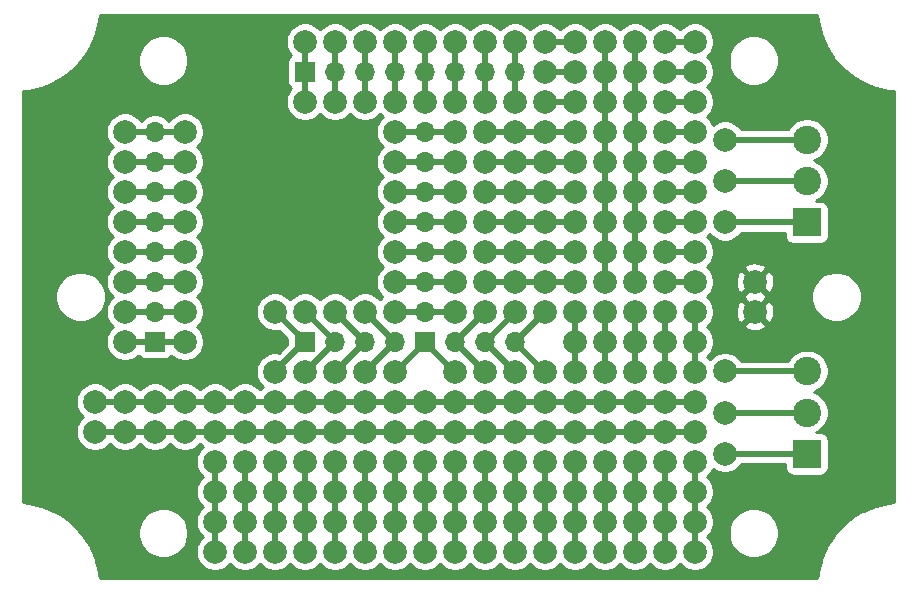
<source format=gbr>
G04 #@! TF.GenerationSoftware,KiCad,Pcbnew,5.1.5+dfsg1-2build2*
G04 #@! TF.CreationDate,2021-11-15T16:56:08-05:00*
G04 #@! TF.ProjectId,ESP32CAM_BREAKOUT_FOR_WATERPROOF_ENCLOSURE,45535033-3243-4414-9d5f-425245414b4f,rev?*
G04 #@! TF.SameCoordinates,Original*
G04 #@! TF.FileFunction,Copper,L1,Top*
G04 #@! TF.FilePolarity,Positive*
%FSLAX46Y46*%
G04 Gerber Fmt 4.6, Leading zero omitted, Abs format (unit mm)*
G04 Created by KiCad (PCBNEW 5.1.5+dfsg1-2build2) date 2021-11-15 16:56:08*
%MOMM*%
%LPD*%
G04 APERTURE LIST*
%ADD10C,1.998980*%
%ADD11C,2.000000*%
%ADD12C,2.400000*%
%ADD13R,2.400000X2.400000*%
%ADD14O,1.700000X1.700000*%
%ADD15R,1.700000X1.700000*%
%ADD16C,0.500000*%
%ADD17C,0.254000*%
G04 APERTURE END LIST*
D10*
X162600000Y-125770000D03*
X162600000Y-123230000D03*
D11*
X144820000Y-102910000D03*
X144820000Y-105450000D03*
X144820000Y-107990000D03*
X144820000Y-110530000D03*
X142280000Y-110530000D03*
X139740000Y-110530000D03*
X139740000Y-113070000D03*
X139740000Y-115610000D03*
X139740000Y-118150000D03*
X139740000Y-120690000D03*
X139740000Y-123230000D03*
X142280000Y-123230000D03*
X144820000Y-123230000D03*
X147360000Y-130850000D03*
X147360000Y-128310000D03*
X147360000Y-125770000D03*
X147360000Y-123230000D03*
X106720000Y-133390000D03*
X109260000Y-133390000D03*
X111800000Y-133390000D03*
X114340000Y-133390000D03*
X116880000Y-133390000D03*
X119420000Y-133390000D03*
X121960000Y-133390000D03*
X124500000Y-133390000D03*
X127040000Y-133390000D03*
X129580000Y-133390000D03*
X132120000Y-133390000D03*
X134660000Y-133390000D03*
X137200000Y-133390000D03*
X139740000Y-133390000D03*
X142280000Y-133390000D03*
X144820000Y-133390000D03*
X147360000Y-133390000D03*
X106720000Y-135930000D03*
X116880000Y-146090000D03*
X119420000Y-146090000D03*
X116880000Y-143550000D03*
X119420000Y-143550000D03*
X116880000Y-141010000D03*
X119420000Y-141010000D03*
X116880000Y-138470000D03*
X119420000Y-138470000D03*
X109260000Y-135930000D03*
X111800000Y-135930000D03*
X114340000Y-135930000D03*
X116880000Y-135930000D03*
X119420000Y-135930000D03*
X121960000Y-146090000D03*
X124500000Y-146090000D03*
X127040000Y-146090000D03*
X129580000Y-146090000D03*
X132120000Y-146090000D03*
X134660000Y-146090000D03*
X137200000Y-146090000D03*
X139740000Y-146090000D03*
X142280000Y-146090000D03*
X121960000Y-143550000D03*
X124500000Y-143550000D03*
X127040000Y-143550000D03*
X129580000Y-143550000D03*
X132120000Y-143550000D03*
X134660000Y-143550000D03*
X137200000Y-143550000D03*
X139740000Y-143550000D03*
X142280000Y-143550000D03*
X121960000Y-141010000D03*
X124500000Y-141010000D03*
X127040000Y-141010000D03*
X129580000Y-141010000D03*
X132120000Y-141010000D03*
X134660000Y-141010000D03*
X137200000Y-141010000D03*
X139740000Y-141010000D03*
X142280000Y-141010000D03*
X121960000Y-138470000D03*
X124500000Y-138470000D03*
X127040000Y-138470000D03*
X129580000Y-138470000D03*
X132120000Y-138470000D03*
X134660000Y-138470000D03*
X137200000Y-138470000D03*
X139740000Y-138470000D03*
X142280000Y-138470000D03*
X121960000Y-135930000D03*
X124500000Y-135930000D03*
X127040000Y-135930000D03*
X129580000Y-135930000D03*
X132120000Y-135930000D03*
X134660000Y-135930000D03*
X137200000Y-135930000D03*
X139740000Y-135930000D03*
X142280000Y-135930000D03*
X144820000Y-146090000D03*
X144820000Y-143550000D03*
X144820000Y-141010000D03*
X144820000Y-138470000D03*
X144820000Y-135930000D03*
X142280000Y-120690000D03*
X142280000Y-118150000D03*
X142280000Y-115610000D03*
X142280000Y-113070000D03*
X144820000Y-120690000D03*
X144820000Y-118150000D03*
X144820000Y-115610000D03*
X144820000Y-113070000D03*
X157520000Y-146090000D03*
X157520000Y-143550000D03*
X157520000Y-141010000D03*
X157520000Y-138470000D03*
X157520000Y-135930000D03*
X157520000Y-133390000D03*
X157520000Y-130850000D03*
X157520000Y-128310000D03*
X157520000Y-125770000D03*
X157520000Y-123230000D03*
X157520000Y-120690000D03*
X157520000Y-118150000D03*
X157520000Y-115610000D03*
X157520000Y-113070000D03*
X157520000Y-110530000D03*
X157520000Y-107990000D03*
X157520000Y-105450000D03*
X157520000Y-102910000D03*
X154980000Y-146090000D03*
X154980000Y-143550000D03*
X154980000Y-141010000D03*
X154980000Y-138470000D03*
X154980000Y-135930000D03*
X154980000Y-133390000D03*
X154980000Y-130850000D03*
X154980000Y-128310000D03*
X154980000Y-125770000D03*
X154980000Y-123230000D03*
X154980000Y-120690000D03*
X154980000Y-118150000D03*
X154980000Y-115610000D03*
X154980000Y-113070000D03*
X154980000Y-110530000D03*
X154980000Y-107990000D03*
X154980000Y-105450000D03*
X154980000Y-102910000D03*
X152440000Y-146090000D03*
X152440000Y-143550000D03*
X152440000Y-141010000D03*
X152440000Y-138470000D03*
X152440000Y-135930000D03*
X152440000Y-133390000D03*
X152440000Y-130850000D03*
X152440000Y-128310000D03*
X152440000Y-125770000D03*
X152440000Y-123230000D03*
X152440000Y-120690000D03*
X152440000Y-118150000D03*
X152440000Y-115610000D03*
X152440000Y-113070000D03*
X152440000Y-110530000D03*
X152440000Y-107990000D03*
X152440000Y-105450000D03*
X152440000Y-102910000D03*
X149900000Y-146090000D03*
X149900000Y-143550000D03*
X149900000Y-141010000D03*
X149900000Y-138470000D03*
X149900000Y-135930000D03*
X149900000Y-133390000D03*
X149900000Y-130850000D03*
X149900000Y-128310000D03*
X149900000Y-125770000D03*
X149900000Y-123230000D03*
X149900000Y-120690000D03*
X149900000Y-118150000D03*
X149900000Y-115610000D03*
X149900000Y-113070000D03*
X149900000Y-110530000D03*
X149900000Y-107990000D03*
X149900000Y-105450000D03*
X149900000Y-102910000D03*
X147360000Y-146090000D03*
X147360000Y-143550000D03*
X147360000Y-141010000D03*
X147360000Y-138470000D03*
X147360000Y-135930000D03*
X147360000Y-120690000D03*
X147360000Y-118150000D03*
X147360000Y-115610000D03*
X147360000Y-113070000D03*
X147360000Y-110530000D03*
X147360000Y-107990000D03*
X147360000Y-105450000D03*
X147360000Y-102910000D03*
D12*
X167000000Y-111200000D03*
X167000000Y-114700000D03*
D13*
X167000000Y-118200000D03*
D11*
X160060000Y-114700000D03*
X160060000Y-137800000D03*
X160060000Y-134300000D03*
X160060000Y-130800000D03*
X160060000Y-118200000D03*
X160060000Y-111200000D03*
X137200000Y-130850000D03*
X132120000Y-130850000D03*
X144820000Y-130850000D03*
X142280000Y-130850000D03*
X139740000Y-130850000D03*
X144820000Y-125770000D03*
X142280000Y-125770000D03*
X139740000Y-125770000D03*
X129580000Y-130850000D03*
X127040000Y-130850000D03*
X124500000Y-130850000D03*
X121960000Y-130850000D03*
X121960000Y-125770000D03*
X124500000Y-125770000D03*
X127040000Y-125770000D03*
X129580000Y-125770000D03*
X137200000Y-125770000D03*
X137200000Y-123230000D03*
X137200000Y-120690000D03*
X137200000Y-118150000D03*
X137200000Y-115610000D03*
X137200000Y-113070000D03*
X137200000Y-110530000D03*
X132120000Y-125770000D03*
X132120000Y-123249100D03*
X132120000Y-120690000D03*
X132120000Y-118150000D03*
X132120000Y-115610000D03*
X132120000Y-113070000D03*
X132120000Y-110530000D03*
X114340000Y-110530000D03*
X114340000Y-113070000D03*
X114340000Y-115610000D03*
X114340000Y-118150000D03*
X114340000Y-120690000D03*
X114340000Y-123230000D03*
X114340000Y-125770000D03*
X114340000Y-128310000D03*
X109260000Y-110530000D03*
X109260000Y-113070000D03*
X109260000Y-115610000D03*
X109260000Y-118150000D03*
X109260000Y-120690000D03*
X109260000Y-123230000D03*
X109260000Y-125770000D03*
X109260000Y-128310000D03*
X142280000Y-107990000D03*
X139740000Y-107990000D03*
X137200000Y-107990000D03*
X134660000Y-107990000D03*
X132120000Y-107990000D03*
X129580000Y-107990000D03*
X127040000Y-107990000D03*
X124500000Y-107990000D03*
X142280000Y-102910000D03*
X139740000Y-102910000D03*
X137200000Y-102910000D03*
X134660000Y-102910000D03*
X132120000Y-102910000D03*
X129580000Y-102910000D03*
X127040000Y-102910000D03*
X124500000Y-102910000D03*
D14*
X142280000Y-128310000D03*
X139740000Y-128310000D03*
X137200000Y-128310000D03*
X134660000Y-128310000D03*
X132120000Y-128310000D03*
X129580000Y-128310000D03*
X127040000Y-128310000D03*
D15*
X124500000Y-128310000D03*
D14*
X142280000Y-105450000D03*
X139740000Y-105450000D03*
X137200000Y-105450000D03*
X134660000Y-105450000D03*
X132120000Y-105450000D03*
X129580000Y-105450000D03*
X127040000Y-105450000D03*
D15*
X124500000Y-105450000D03*
D14*
X111800000Y-110530000D03*
X111800000Y-113070000D03*
X111800000Y-115610000D03*
X111800000Y-118150000D03*
X111800000Y-120690000D03*
X111800000Y-123230000D03*
X111800000Y-125770000D03*
D15*
X111800000Y-128310000D03*
D14*
X134660000Y-110530000D03*
X134660000Y-113070000D03*
X134660000Y-115610000D03*
X134660000Y-118150000D03*
X134660000Y-120690000D03*
X134660000Y-123230000D03*
X134660000Y-125770000D03*
D15*
X134660000Y-128310000D03*
D12*
X167000000Y-130800000D03*
X167000000Y-134300000D03*
D13*
X167000000Y-137800000D03*
D16*
X106720000Y-133390000D02*
X109260000Y-133390000D01*
X109260000Y-133390000D02*
X111800000Y-133390000D01*
X111800000Y-133390000D02*
X114340000Y-133390000D01*
X114340000Y-133390000D02*
X116880000Y-133390000D01*
X116880000Y-133390000D02*
X119420000Y-133390000D01*
X121960000Y-133390000D02*
X119420000Y-133390000D01*
X121960000Y-133390000D02*
X124500000Y-133390000D01*
X124500000Y-133390000D02*
X127040000Y-133390000D01*
X127040000Y-133390000D02*
X129580000Y-133390000D01*
X129580000Y-133390000D02*
X132120000Y-133390000D01*
X132120000Y-133390000D02*
X134660000Y-133390000D01*
X134660000Y-133390000D02*
X137200000Y-133390000D01*
X137200000Y-133390000D02*
X139740000Y-133390000D01*
X139740000Y-133390000D02*
X142280000Y-133390000D01*
X142280000Y-133390000D02*
X144820000Y-133390000D01*
X144820000Y-133390000D02*
X147360000Y-133390000D01*
X147360000Y-133390000D02*
X149900000Y-133390000D01*
X149900000Y-133390000D02*
X152440000Y-133390000D01*
X152440000Y-133390000D02*
X154980000Y-133390000D01*
X154980000Y-133390000D02*
X157520000Y-133390000D01*
X106720000Y-135930000D02*
X109260000Y-135930000D01*
X109260000Y-135930000D02*
X111800000Y-135930000D01*
X111800000Y-135930000D02*
X114340000Y-135930000D01*
X114340000Y-135930000D02*
X116880000Y-135930000D01*
X116880000Y-135930000D02*
X119420000Y-135930000D01*
X119420000Y-135930000D02*
X121960000Y-135930000D01*
X121960000Y-135930000D02*
X124500000Y-135930000D01*
X124500000Y-135930000D02*
X127040000Y-135930000D01*
X127040000Y-135930000D02*
X129580000Y-135930000D01*
X129580000Y-135930000D02*
X132120000Y-135930000D01*
X132120000Y-135930000D02*
X134660000Y-135930000D01*
X134660000Y-135930000D02*
X137200000Y-135930000D01*
X137200000Y-135930000D02*
X139740000Y-135930000D01*
X139740000Y-135930000D02*
X142280000Y-135930000D01*
X142280000Y-135930000D02*
X144820000Y-135930000D01*
X144820000Y-135930000D02*
X147360000Y-135930000D01*
X147360000Y-135930000D02*
X149900000Y-135930000D01*
X149900000Y-135930000D02*
X152440000Y-135930000D01*
X152440000Y-135930000D02*
X154980000Y-135930000D01*
X154980000Y-135930000D02*
X157520000Y-135930000D01*
X157520000Y-138470000D02*
X157520000Y-141010000D01*
X157520000Y-141010000D02*
X157520000Y-143550000D01*
X157520000Y-143550000D02*
X157520000Y-146090000D01*
X154980000Y-146090000D02*
X154980000Y-143550000D01*
X154980000Y-143550000D02*
X154980000Y-141010000D01*
X154980000Y-141010000D02*
X154980000Y-138470000D01*
X152440000Y-138470000D02*
X152440000Y-141010000D01*
X152440000Y-141010000D02*
X152440000Y-143550000D01*
X152440000Y-143550000D02*
X152440000Y-146090000D01*
X149900000Y-146090000D02*
X149900000Y-143550000D01*
X149900000Y-143550000D02*
X149900000Y-141010000D01*
X149900000Y-141010000D02*
X149900000Y-138470000D01*
X147360000Y-138470000D02*
X147360000Y-141010000D01*
X147360000Y-141010000D02*
X147360000Y-143550000D01*
X147360000Y-143550000D02*
X147360000Y-146090000D01*
X144820000Y-146090000D02*
X144820000Y-143550000D01*
X144820000Y-143550000D02*
X144820000Y-141010000D01*
X144820000Y-141010000D02*
X144820000Y-138470000D01*
X142280000Y-138470000D02*
X142280000Y-141010000D01*
X142280000Y-141010000D02*
X142280000Y-143550000D01*
X142280000Y-143550000D02*
X142280000Y-146090000D01*
X139740000Y-146090000D02*
X139740000Y-143550000D01*
X139740000Y-143550000D02*
X139740000Y-141010000D01*
X139740000Y-141010000D02*
X139740000Y-138470000D01*
X137200000Y-138470000D02*
X137200000Y-141010000D01*
X137200000Y-141010000D02*
X137200000Y-143550000D01*
X137200000Y-143550000D02*
X137200000Y-146090000D01*
X134660000Y-146090000D02*
X134660000Y-143550000D01*
X134660000Y-143550000D02*
X134660000Y-141010000D01*
X134660000Y-141010000D02*
X134660000Y-138470000D01*
X132120000Y-146090000D02*
X132120000Y-143550000D01*
X132120000Y-143550000D02*
X132120000Y-141010000D01*
X132120000Y-141010000D02*
X132120000Y-138470000D01*
X129580000Y-146090000D02*
X129580000Y-143550000D01*
X129730500Y-141160500D02*
X129580000Y-141010000D01*
X129580000Y-141010000D02*
X129580000Y-138470000D01*
X127040000Y-138470000D02*
X127040000Y-141010000D01*
X127040000Y-141010000D02*
X127040000Y-143550000D01*
X127040000Y-143550000D02*
X127040000Y-146090000D01*
X124500000Y-146090000D02*
X124500000Y-143550000D01*
X124500000Y-143550000D02*
X124500000Y-141010000D01*
X124500000Y-141010000D02*
X124500000Y-138470000D01*
X121960000Y-138470000D02*
X121960000Y-141010000D01*
X121960000Y-141010000D02*
X121960000Y-143550000D01*
X121960000Y-143550000D02*
X121960000Y-146090000D01*
X119420000Y-146090000D02*
X119420000Y-143550000D01*
X119420000Y-143550000D02*
X119420000Y-141010000D01*
X119420000Y-141010000D02*
X119420000Y-138470000D01*
X116880000Y-138470000D02*
X116880000Y-141010000D01*
X116880000Y-141010000D02*
X116880000Y-143550000D01*
X116880000Y-143550000D02*
X116880000Y-146090000D01*
X157520000Y-130850000D02*
X157520000Y-128310000D01*
X157520000Y-128310000D02*
X157520000Y-125770000D01*
X154980000Y-130850000D02*
X154980000Y-128310000D01*
X154980000Y-128310000D02*
X154980000Y-125770000D01*
X152440000Y-130850000D02*
X152440000Y-128310000D01*
X152440000Y-128310000D02*
X152440000Y-125770000D01*
X149900000Y-130850000D02*
X149900000Y-128310000D01*
X149900000Y-128310000D02*
X149900000Y-125770000D01*
X147360000Y-130850000D02*
X147360000Y-128310000D01*
X147360000Y-128310000D02*
X147360000Y-125770000D01*
X139740000Y-123230000D02*
X142280000Y-123230000D01*
X142280000Y-123230000D02*
X144820000Y-123230000D01*
X144820000Y-123230000D02*
X147360000Y-123230000D01*
X147360000Y-120690000D02*
X144820000Y-120690000D01*
X144820000Y-120690000D02*
X142280000Y-120690000D01*
X142280000Y-120690000D02*
X139740000Y-120690000D01*
X152440000Y-118150000D02*
X152440000Y-115610000D01*
X149900000Y-118150000D02*
X149900000Y-115610000D01*
X152440000Y-115610000D02*
X152440000Y-113070000D01*
X149900000Y-115610000D02*
X149900000Y-113070000D01*
X149900000Y-113070000D02*
X149900000Y-110530000D01*
X152440000Y-113070000D02*
X152440000Y-110530000D01*
X144820000Y-102910000D02*
X147360000Y-102910000D01*
X147360000Y-105450000D02*
X144820000Y-105450000D01*
X152440000Y-110530000D02*
X152440000Y-107990000D01*
X149900000Y-110530000D02*
X149900000Y-107990000D01*
X129580000Y-141010000D02*
X129580000Y-143550000D01*
X154980000Y-102910000D02*
X157520000Y-102910000D01*
X154980000Y-105450000D02*
X157520000Y-105450000D01*
X154980000Y-107990000D02*
X157520000Y-107990000D01*
X154980000Y-110530000D02*
X157520000Y-110530000D01*
X154980000Y-113070000D02*
X157520000Y-113070000D01*
X154980000Y-115610000D02*
X157520000Y-115610000D01*
X154980000Y-118150000D02*
X157520000Y-118150000D01*
X154980000Y-120690000D02*
X157520000Y-120690000D01*
X154980000Y-123230000D02*
X157520000Y-123230000D01*
X152440000Y-123230000D02*
X152440000Y-120690000D01*
X149900000Y-123230000D02*
X149900000Y-120690000D01*
X149900000Y-120690000D02*
X149900000Y-118150000D01*
X152440000Y-120690000D02*
X152440000Y-118150000D01*
X149900000Y-102910000D02*
X149900000Y-105450000D01*
X152440000Y-102910000D02*
X152440000Y-105450000D01*
X152440000Y-105450000D02*
X152440000Y-107990000D01*
X149900000Y-105450000D02*
X149900000Y-107990000D01*
X144820000Y-107990000D02*
X147360000Y-107990000D01*
X144820000Y-110530000D02*
X147360000Y-110530000D01*
X144820000Y-113070000D02*
X147360000Y-113070000D01*
X144820000Y-115610000D02*
X147360000Y-115610000D01*
X144820000Y-118150000D02*
X147360000Y-118150000D01*
X139740000Y-110530000D02*
X142280000Y-110530000D01*
X142280000Y-110530000D02*
X144820000Y-110530000D01*
X139740000Y-113070000D02*
X142280000Y-113070000D01*
X142280000Y-113070000D02*
X144820000Y-113070000D01*
X139740000Y-115610000D02*
X142280000Y-115610000D01*
X142280000Y-115610000D02*
X144820000Y-115610000D01*
X139740000Y-118150000D02*
X142280000Y-118150000D01*
X142280000Y-118150000D02*
X144820000Y-118150000D01*
X166926100Y-130800000D02*
X167043100Y-130683000D01*
X166545100Y-130800000D02*
X166636700Y-130708400D01*
X167103900Y-130800000D02*
X167170100Y-130733800D01*
X166659400Y-130800000D02*
X166789100Y-130670300D01*
X160060000Y-130800000D02*
X166659400Y-130800000D01*
X166824700Y-134300000D02*
X166890700Y-134366000D01*
X166791600Y-134300000D02*
X166903400Y-134188200D01*
X166613800Y-134300000D02*
X166979600Y-133934200D01*
X160060000Y-134300000D02*
X166613800Y-134300000D01*
X166669800Y-137800000D02*
X166738300Y-137731500D01*
X166936500Y-137800000D02*
X167043100Y-137693400D01*
X166657100Y-137800000D02*
X166890700Y-137566400D01*
X160060000Y-137800000D02*
X166657100Y-137800000D01*
X166749800Y-111200000D02*
X166928800Y-111379000D01*
X166927600Y-111200000D02*
X166966900Y-111239300D01*
X167018900Y-111200000D02*
X167157400Y-111061500D01*
X160060000Y-111200000D02*
X167018900Y-111200000D01*
X166942600Y-118200000D02*
X167081200Y-118338600D01*
X166650500Y-118200000D02*
X166789100Y-118338600D01*
X167194400Y-118200000D02*
X167246300Y-118148100D01*
X160060000Y-118200000D02*
X167194400Y-118200000D01*
X166871700Y-114700000D02*
X166928800Y-114642900D01*
X167036800Y-114700000D02*
X167132000Y-114604800D01*
X166808100Y-114700000D02*
X166890700Y-114782600D01*
X160060000Y-114700000D02*
X166808100Y-114700000D01*
X142280000Y-103223100D02*
X142176500Y-103119600D01*
X142280000Y-105450000D02*
X142280000Y-103223100D01*
X142280000Y-107384900D02*
X142151100Y-107513800D01*
X142280000Y-105450000D02*
X142280000Y-107384900D01*
X139740000Y-103527900D02*
X139534900Y-103322800D01*
X139740000Y-105450000D02*
X139740000Y-103527900D01*
X139740000Y-107312500D02*
X139877800Y-107450300D01*
X139740000Y-105450000D02*
X139740000Y-107312500D01*
X137200000Y-103362800D02*
X137172700Y-103335500D01*
X137200000Y-105450000D02*
X137200000Y-103362800D01*
X137200000Y-107550000D02*
X137147300Y-107602700D01*
X137200000Y-105450000D02*
X137200000Y-107550000D01*
X134660000Y-103566000D02*
X134658100Y-103564100D01*
X134660000Y-105450000D02*
X134660000Y-103566000D01*
X134660000Y-107261700D02*
X134759700Y-107361400D01*
X134660000Y-105450000D02*
X134660000Y-107261700D01*
X132120000Y-103248500D02*
X131991100Y-103119600D01*
X132120000Y-105450000D02*
X132120000Y-103248500D01*
X132120000Y-107122000D02*
X132143500Y-107145500D01*
X132120000Y-105450000D02*
X132120000Y-107122000D01*
X129580000Y-103130400D02*
X129628900Y-103081500D01*
X129580000Y-105450000D02*
X129580000Y-103130400D01*
X129580000Y-107219800D02*
X129451100Y-107348700D01*
X129580000Y-105450000D02*
X129580000Y-107219800D01*
X127040000Y-103371700D02*
X127139700Y-103272000D01*
X127040000Y-105450000D02*
X127040000Y-103371700D01*
X127040000Y-107423000D02*
X127012700Y-107450300D01*
X127040000Y-105450000D02*
X127040000Y-107423000D01*
X124500000Y-102990700D02*
X124536200Y-102954500D01*
X124500000Y-105450000D02*
X124500000Y-102990700D01*
X124500000Y-107325200D02*
X124536200Y-107361400D01*
X124500000Y-105450000D02*
X124500000Y-107325200D01*
X142280000Y-128301800D02*
X144716500Y-125865300D01*
X142280000Y-128310000D02*
X142280000Y-128301800D01*
X142280000Y-128369100D02*
X144691100Y-130780200D01*
X142280000Y-128310000D02*
X142280000Y-128369100D01*
X139808000Y-128310000D02*
X142328900Y-125789100D01*
X139740000Y-128310000D02*
X139808000Y-128310000D01*
X139757100Y-128310000D02*
X142468600Y-131021500D01*
X139740000Y-128310000D02*
X139757100Y-128310000D01*
X137204500Y-128310000D02*
X139763500Y-125751000D01*
X137200000Y-128310000D02*
X137204500Y-128310000D01*
X137204400Y-128310000D02*
X139484100Y-130589700D01*
X137200000Y-128310000D02*
X137204400Y-128310000D01*
X132162600Y-130850000D02*
X134632700Y-128379900D01*
X132120000Y-130850000D02*
X132162600Y-130850000D01*
X137128200Y-130850000D02*
X134556500Y-128278300D01*
X137200000Y-130850000D02*
X137128200Y-130850000D01*
X129580000Y-125778300D02*
X132232400Y-128430700D01*
X129580000Y-125770000D02*
X129580000Y-125778300D01*
X129609900Y-130850000D02*
X131889500Y-128570400D01*
X129580000Y-130850000D02*
X129609900Y-130850000D01*
X127057100Y-125770000D02*
X129425700Y-128138600D01*
X127040000Y-125770000D02*
X127057100Y-125770000D01*
X127040000Y-130841800D02*
X129717800Y-128164000D01*
X127040000Y-130850000D02*
X127040000Y-130841800D01*
X124542500Y-125770000D02*
X127127000Y-128354500D01*
X124500000Y-125770000D02*
X124542500Y-125770000D01*
X124500000Y-130829100D02*
X127025400Y-128303700D01*
X124500000Y-130850000D02*
X124500000Y-130829100D01*
X121960000Y-125778300D02*
X124383800Y-128202100D01*
X121960000Y-125770000D02*
X121960000Y-125778300D01*
X121960000Y-130816400D02*
X124536200Y-128240200D01*
X121960000Y-130850000D02*
X121960000Y-130816400D01*
X111740900Y-110530000D02*
X111747300Y-110536400D01*
X109260000Y-110530000D02*
X111740900Y-110530000D01*
X114192100Y-110530000D02*
X114338100Y-110384000D01*
X111800000Y-110530000D02*
X114192100Y-110530000D01*
X111741000Y-113070000D02*
X111747300Y-113063700D01*
X109260000Y-113070000D02*
X111741000Y-113070000D01*
X114128600Y-113070000D02*
X114223800Y-112974800D01*
X111800000Y-113070000D02*
X114128600Y-113070000D01*
X111753600Y-115610000D02*
X111760000Y-115616400D01*
X109260000Y-115610000D02*
X111753600Y-115610000D01*
X114268300Y-115610000D02*
X114325400Y-115552900D01*
X111800000Y-115610000D02*
X114268300Y-115610000D01*
X111791700Y-118150000D02*
X111823500Y-118181800D01*
X109260000Y-118150000D02*
X111791700Y-118150000D01*
X114230100Y-118150000D02*
X114325400Y-118245300D01*
X111800000Y-118150000D02*
X114230100Y-118150000D01*
X111728200Y-120690000D02*
X111798100Y-120759900D01*
X109260000Y-120690000D02*
X111728200Y-120690000D01*
X114280900Y-120690000D02*
X114376200Y-120785300D01*
X111800000Y-120690000D02*
X114280900Y-120690000D01*
X111664700Y-123230000D02*
X111683800Y-123249100D01*
X109260000Y-123230000D02*
X111664700Y-123230000D01*
X114090400Y-123230000D02*
X114223800Y-123363400D01*
X111800000Y-123230000D02*
X114090400Y-123230000D01*
X111740900Y-125770000D02*
X111747300Y-125776400D01*
X109260000Y-125770000D02*
X111740900Y-125770000D01*
X114217500Y-125770000D02*
X114325400Y-125662100D01*
X111800000Y-125770000D02*
X114217500Y-125770000D01*
X111741000Y-128310000D02*
X111747300Y-128303700D01*
X109260000Y-128310000D02*
X111741000Y-128310000D01*
X114027000Y-128310000D02*
X114033300Y-128303700D01*
X111800000Y-128310000D02*
X114027000Y-128310000D01*
X134677200Y-110530000D02*
X134708900Y-110498300D01*
X132120000Y-110530000D02*
X134677200Y-110530000D01*
X137014000Y-110530000D02*
X137045700Y-110498300D01*
X134660000Y-110530000D02*
X137014000Y-110530000D01*
X134296200Y-113070000D02*
X134416800Y-112949400D01*
X132120000Y-113070000D02*
X134296200Y-113070000D01*
X136975900Y-113070000D02*
X137083800Y-112962100D01*
X134660000Y-113070000D02*
X136975900Y-113070000D01*
X134347000Y-115610000D02*
X134493000Y-115464000D01*
X132120000Y-115610000D02*
X134347000Y-115610000D01*
X136620300Y-115610000D02*
X136766300Y-115464000D01*
X134660000Y-115610000D02*
X136620300Y-115610000D01*
X134118400Y-118150000D02*
X134239000Y-118029400D01*
X132120000Y-118150000D02*
X134118400Y-118150000D01*
X136696500Y-118150000D02*
X136817100Y-118029400D01*
X134660000Y-118150000D02*
X136696500Y-118150000D01*
X134385100Y-120690000D02*
X134683500Y-120391600D01*
X132120000Y-120690000D02*
X134385100Y-120690000D01*
X137306100Y-120690000D02*
X137337800Y-120658300D01*
X134660000Y-120690000D02*
X137306100Y-120690000D01*
X134747000Y-123249100D02*
X134785100Y-123287200D01*
X132120000Y-123249100D02*
X134747000Y-123249100D01*
X136607500Y-123230000D02*
X136639300Y-123261800D01*
X134660000Y-123230000D02*
X136607500Y-123230000D01*
X134105700Y-125770000D02*
X134251700Y-125624000D01*
X132120000Y-125770000D02*
X134105700Y-125770000D01*
X137039400Y-125770000D02*
X137083800Y-125725600D01*
X134660000Y-125770000D02*
X137039400Y-125770000D01*
D17*
G36*
X167922061Y-101068607D02*
G01*
X167938262Y-101170898D01*
X168176369Y-102162684D01*
X168208372Y-102261181D01*
X168598697Y-103203509D01*
X168621621Y-103248499D01*
X168645715Y-103295787D01*
X169178647Y-104165453D01*
X169198871Y-104193288D01*
X169239522Y-104249240D01*
X169901938Y-105024830D01*
X169975170Y-105098062D01*
X170750760Y-105760478D01*
X170834547Y-105821353D01*
X171704213Y-106354284D01*
X171796491Y-106401303D01*
X172738819Y-106791627D01*
X172837316Y-106823631D01*
X173829102Y-107061738D01*
X173931393Y-107077939D01*
X174340000Y-107110097D01*
X174340001Y-141889903D01*
X173931393Y-141922061D01*
X173829102Y-141938262D01*
X172837316Y-142176369D01*
X172738819Y-142208373D01*
X171796491Y-142598697D01*
X171705618Y-142645000D01*
X171704213Y-142645716D01*
X170834547Y-143178647D01*
X170750760Y-143239522D01*
X169975170Y-143901938D01*
X169901938Y-143975170D01*
X169239522Y-144750760D01*
X169209084Y-144792654D01*
X169178647Y-144834547D01*
X168645715Y-145704213D01*
X168626392Y-145742138D01*
X168598697Y-145796491D01*
X168208372Y-146738819D01*
X168178937Y-146829411D01*
X168176369Y-146837316D01*
X167938262Y-147829102D01*
X167922061Y-147931393D01*
X167889903Y-148340000D01*
X107110097Y-148340000D01*
X107077939Y-147931393D01*
X107061738Y-147829102D01*
X106823631Y-146837316D01*
X106791627Y-146738819D01*
X106401303Y-145796491D01*
X106354284Y-145704213D01*
X105821353Y-144834547D01*
X105760478Y-144750760D01*
X105366714Y-144289721D01*
X110365000Y-144289721D01*
X110365000Y-144710279D01*
X110447047Y-145122756D01*
X110607988Y-145511302D01*
X110841637Y-145860983D01*
X111139017Y-146158363D01*
X111488698Y-146392012D01*
X111877244Y-146552953D01*
X112289721Y-146635000D01*
X112710279Y-146635000D01*
X113122756Y-146552953D01*
X113511302Y-146392012D01*
X113860983Y-146158363D01*
X114158363Y-145860983D01*
X114392012Y-145511302D01*
X114552953Y-145122756D01*
X114635000Y-144710279D01*
X114635000Y-144289721D01*
X114552953Y-143877244D01*
X114392012Y-143488698D01*
X114158363Y-143139017D01*
X113860983Y-142841637D01*
X113511302Y-142607988D01*
X113122756Y-142447047D01*
X112710279Y-142365000D01*
X112289721Y-142365000D01*
X111877244Y-142447047D01*
X111488698Y-142607988D01*
X111139017Y-142841637D01*
X110841637Y-143139017D01*
X110607988Y-143488698D01*
X110447047Y-143877244D01*
X110365000Y-144289721D01*
X105366714Y-144289721D01*
X105098062Y-143975170D01*
X105024830Y-143901938D01*
X104249240Y-143239522D01*
X104180784Y-143189786D01*
X104165453Y-143178647D01*
X103295787Y-142645715D01*
X103249648Y-142622207D01*
X103203509Y-142598697D01*
X102261181Y-142208372D01*
X102162684Y-142176369D01*
X101170898Y-141938262D01*
X101068607Y-141922061D01*
X100660000Y-141889903D01*
X100660000Y-133228967D01*
X105085000Y-133228967D01*
X105085000Y-133551033D01*
X105147832Y-133866912D01*
X105271082Y-134164463D01*
X105450013Y-134432252D01*
X105677748Y-134659987D01*
X105677767Y-134660000D01*
X105677748Y-134660013D01*
X105450013Y-134887748D01*
X105271082Y-135155537D01*
X105147832Y-135453088D01*
X105085000Y-135768967D01*
X105085000Y-136091033D01*
X105147832Y-136406912D01*
X105271082Y-136704463D01*
X105450013Y-136972252D01*
X105677748Y-137199987D01*
X105945537Y-137378918D01*
X106243088Y-137502168D01*
X106558967Y-137565000D01*
X106881033Y-137565000D01*
X107196912Y-137502168D01*
X107494463Y-137378918D01*
X107762252Y-137199987D01*
X107989987Y-136972252D01*
X107990000Y-136972233D01*
X107990013Y-136972252D01*
X108217748Y-137199987D01*
X108485537Y-137378918D01*
X108783088Y-137502168D01*
X109098967Y-137565000D01*
X109421033Y-137565000D01*
X109736912Y-137502168D01*
X110034463Y-137378918D01*
X110302252Y-137199987D01*
X110529987Y-136972252D01*
X110530000Y-136972233D01*
X110530013Y-136972252D01*
X110757748Y-137199987D01*
X111025537Y-137378918D01*
X111323088Y-137502168D01*
X111638967Y-137565000D01*
X111961033Y-137565000D01*
X112276912Y-137502168D01*
X112574463Y-137378918D01*
X112842252Y-137199987D01*
X113069987Y-136972252D01*
X113070000Y-136972233D01*
X113070013Y-136972252D01*
X113297748Y-137199987D01*
X113565537Y-137378918D01*
X113863088Y-137502168D01*
X114178967Y-137565000D01*
X114501033Y-137565000D01*
X114816912Y-137502168D01*
X115114463Y-137378918D01*
X115382252Y-137199987D01*
X115609987Y-136972252D01*
X115610000Y-136972233D01*
X115610013Y-136972252D01*
X115837748Y-137199987D01*
X115837767Y-137200000D01*
X115837748Y-137200013D01*
X115610013Y-137427748D01*
X115431082Y-137695537D01*
X115307832Y-137993088D01*
X115245000Y-138308967D01*
X115245000Y-138631033D01*
X115307832Y-138946912D01*
X115431082Y-139244463D01*
X115610013Y-139512252D01*
X115837748Y-139739987D01*
X115837767Y-139740000D01*
X115837748Y-139740013D01*
X115610013Y-139967748D01*
X115431082Y-140235537D01*
X115307832Y-140533088D01*
X115245000Y-140848967D01*
X115245000Y-141171033D01*
X115307832Y-141486912D01*
X115431082Y-141784463D01*
X115610013Y-142052252D01*
X115837748Y-142279987D01*
X115837767Y-142280000D01*
X115837748Y-142280013D01*
X115610013Y-142507748D01*
X115431082Y-142775537D01*
X115307832Y-143073088D01*
X115245000Y-143388967D01*
X115245000Y-143711033D01*
X115307832Y-144026912D01*
X115431082Y-144324463D01*
X115610013Y-144592252D01*
X115837748Y-144819987D01*
X115837767Y-144820000D01*
X115837748Y-144820013D01*
X115610013Y-145047748D01*
X115431082Y-145315537D01*
X115307832Y-145613088D01*
X115245000Y-145928967D01*
X115245000Y-146251033D01*
X115307832Y-146566912D01*
X115431082Y-146864463D01*
X115610013Y-147132252D01*
X115837748Y-147359987D01*
X116105537Y-147538918D01*
X116403088Y-147662168D01*
X116718967Y-147725000D01*
X117041033Y-147725000D01*
X117356912Y-147662168D01*
X117654463Y-147538918D01*
X117922252Y-147359987D01*
X118149987Y-147132252D01*
X118150000Y-147132233D01*
X118150013Y-147132252D01*
X118377748Y-147359987D01*
X118645537Y-147538918D01*
X118943088Y-147662168D01*
X119258967Y-147725000D01*
X119581033Y-147725000D01*
X119896912Y-147662168D01*
X120194463Y-147538918D01*
X120462252Y-147359987D01*
X120689987Y-147132252D01*
X120690000Y-147132233D01*
X120690013Y-147132252D01*
X120917748Y-147359987D01*
X121185537Y-147538918D01*
X121483088Y-147662168D01*
X121798967Y-147725000D01*
X122121033Y-147725000D01*
X122436912Y-147662168D01*
X122734463Y-147538918D01*
X123002252Y-147359987D01*
X123229987Y-147132252D01*
X123230000Y-147132233D01*
X123230013Y-147132252D01*
X123457748Y-147359987D01*
X123725537Y-147538918D01*
X124023088Y-147662168D01*
X124338967Y-147725000D01*
X124661033Y-147725000D01*
X124976912Y-147662168D01*
X125274463Y-147538918D01*
X125542252Y-147359987D01*
X125769987Y-147132252D01*
X125770000Y-147132233D01*
X125770013Y-147132252D01*
X125997748Y-147359987D01*
X126265537Y-147538918D01*
X126563088Y-147662168D01*
X126878967Y-147725000D01*
X127201033Y-147725000D01*
X127516912Y-147662168D01*
X127814463Y-147538918D01*
X128082252Y-147359987D01*
X128309987Y-147132252D01*
X128310000Y-147132233D01*
X128310013Y-147132252D01*
X128537748Y-147359987D01*
X128805537Y-147538918D01*
X129103088Y-147662168D01*
X129418967Y-147725000D01*
X129741033Y-147725000D01*
X130056912Y-147662168D01*
X130354463Y-147538918D01*
X130622252Y-147359987D01*
X130849987Y-147132252D01*
X130850000Y-147132233D01*
X130850013Y-147132252D01*
X131077748Y-147359987D01*
X131345537Y-147538918D01*
X131643088Y-147662168D01*
X131958967Y-147725000D01*
X132281033Y-147725000D01*
X132596912Y-147662168D01*
X132894463Y-147538918D01*
X133162252Y-147359987D01*
X133389987Y-147132252D01*
X133390000Y-147132233D01*
X133390013Y-147132252D01*
X133617748Y-147359987D01*
X133885537Y-147538918D01*
X134183088Y-147662168D01*
X134498967Y-147725000D01*
X134821033Y-147725000D01*
X135136912Y-147662168D01*
X135434463Y-147538918D01*
X135702252Y-147359987D01*
X135929987Y-147132252D01*
X135930000Y-147132233D01*
X135930013Y-147132252D01*
X136157748Y-147359987D01*
X136425537Y-147538918D01*
X136723088Y-147662168D01*
X137038967Y-147725000D01*
X137361033Y-147725000D01*
X137676912Y-147662168D01*
X137974463Y-147538918D01*
X138242252Y-147359987D01*
X138469987Y-147132252D01*
X138470000Y-147132233D01*
X138470013Y-147132252D01*
X138697748Y-147359987D01*
X138965537Y-147538918D01*
X139263088Y-147662168D01*
X139578967Y-147725000D01*
X139901033Y-147725000D01*
X140216912Y-147662168D01*
X140514463Y-147538918D01*
X140782252Y-147359987D01*
X141009987Y-147132252D01*
X141010000Y-147132233D01*
X141010013Y-147132252D01*
X141237748Y-147359987D01*
X141505537Y-147538918D01*
X141803088Y-147662168D01*
X142118967Y-147725000D01*
X142441033Y-147725000D01*
X142756912Y-147662168D01*
X143054463Y-147538918D01*
X143322252Y-147359987D01*
X143549987Y-147132252D01*
X143550000Y-147132233D01*
X143550013Y-147132252D01*
X143777748Y-147359987D01*
X144045537Y-147538918D01*
X144343088Y-147662168D01*
X144658967Y-147725000D01*
X144981033Y-147725000D01*
X145296912Y-147662168D01*
X145594463Y-147538918D01*
X145862252Y-147359987D01*
X146089987Y-147132252D01*
X146090000Y-147132233D01*
X146090013Y-147132252D01*
X146317748Y-147359987D01*
X146585537Y-147538918D01*
X146883088Y-147662168D01*
X147198967Y-147725000D01*
X147521033Y-147725000D01*
X147836912Y-147662168D01*
X148134463Y-147538918D01*
X148402252Y-147359987D01*
X148629987Y-147132252D01*
X148630000Y-147132233D01*
X148630013Y-147132252D01*
X148857748Y-147359987D01*
X149125537Y-147538918D01*
X149423088Y-147662168D01*
X149738967Y-147725000D01*
X150061033Y-147725000D01*
X150376912Y-147662168D01*
X150674463Y-147538918D01*
X150942252Y-147359987D01*
X151169987Y-147132252D01*
X151170000Y-147132233D01*
X151170013Y-147132252D01*
X151397748Y-147359987D01*
X151665537Y-147538918D01*
X151963088Y-147662168D01*
X152278967Y-147725000D01*
X152601033Y-147725000D01*
X152916912Y-147662168D01*
X153214463Y-147538918D01*
X153482252Y-147359987D01*
X153709987Y-147132252D01*
X153710000Y-147132233D01*
X153710013Y-147132252D01*
X153937748Y-147359987D01*
X154205537Y-147538918D01*
X154503088Y-147662168D01*
X154818967Y-147725000D01*
X155141033Y-147725000D01*
X155456912Y-147662168D01*
X155754463Y-147538918D01*
X156022252Y-147359987D01*
X156249987Y-147132252D01*
X156250000Y-147132233D01*
X156250013Y-147132252D01*
X156477748Y-147359987D01*
X156745537Y-147538918D01*
X157043088Y-147662168D01*
X157358967Y-147725000D01*
X157681033Y-147725000D01*
X157996912Y-147662168D01*
X158294463Y-147538918D01*
X158562252Y-147359987D01*
X158789987Y-147132252D01*
X158968918Y-146864463D01*
X159092168Y-146566912D01*
X159155000Y-146251033D01*
X159155000Y-145928967D01*
X159092168Y-145613088D01*
X158968918Y-145315537D01*
X158789987Y-145047748D01*
X158562252Y-144820013D01*
X158562233Y-144820000D01*
X158562252Y-144819987D01*
X158789987Y-144592252D01*
X158968918Y-144324463D01*
X158983308Y-144289721D01*
X160365000Y-144289721D01*
X160365000Y-144710279D01*
X160447047Y-145122756D01*
X160607988Y-145511302D01*
X160841637Y-145860983D01*
X161139017Y-146158363D01*
X161488698Y-146392012D01*
X161877244Y-146552953D01*
X162289721Y-146635000D01*
X162710279Y-146635000D01*
X163122756Y-146552953D01*
X163511302Y-146392012D01*
X163860983Y-146158363D01*
X164158363Y-145860983D01*
X164392012Y-145511302D01*
X164552953Y-145122756D01*
X164635000Y-144710279D01*
X164635000Y-144289721D01*
X164552953Y-143877244D01*
X164392012Y-143488698D01*
X164158363Y-143139017D01*
X163860983Y-142841637D01*
X163511302Y-142607988D01*
X163122756Y-142447047D01*
X162710279Y-142365000D01*
X162289721Y-142365000D01*
X161877244Y-142447047D01*
X161488698Y-142607988D01*
X161139017Y-142841637D01*
X160841637Y-143139017D01*
X160607988Y-143488698D01*
X160447047Y-143877244D01*
X160365000Y-144289721D01*
X158983308Y-144289721D01*
X159092168Y-144026912D01*
X159155000Y-143711033D01*
X159155000Y-143388967D01*
X159092168Y-143073088D01*
X158968918Y-142775537D01*
X158789987Y-142507748D01*
X158562252Y-142280013D01*
X158562233Y-142280000D01*
X158562252Y-142279987D01*
X158789987Y-142052252D01*
X158968918Y-141784463D01*
X159092168Y-141486912D01*
X159155000Y-141171033D01*
X159155000Y-140848967D01*
X159092168Y-140533088D01*
X158968918Y-140235537D01*
X158789987Y-139967748D01*
X158562252Y-139740013D01*
X158562233Y-139740000D01*
X158562252Y-139739987D01*
X158789987Y-139512252D01*
X158968918Y-139244463D01*
X159036107Y-139082254D01*
X159285537Y-139248918D01*
X159583088Y-139372168D01*
X159898967Y-139435000D01*
X160221033Y-139435000D01*
X160536912Y-139372168D01*
X160834463Y-139248918D01*
X161102252Y-139069987D01*
X161329987Y-138842252D01*
X161435059Y-138685000D01*
X165161928Y-138685000D01*
X165161928Y-139000000D01*
X165174188Y-139124482D01*
X165210498Y-139244180D01*
X165269463Y-139354494D01*
X165348815Y-139451185D01*
X165445506Y-139530537D01*
X165555820Y-139589502D01*
X165675518Y-139625812D01*
X165800000Y-139638072D01*
X168200000Y-139638072D01*
X168324482Y-139625812D01*
X168444180Y-139589502D01*
X168554494Y-139530537D01*
X168651185Y-139451185D01*
X168730537Y-139354494D01*
X168789502Y-139244180D01*
X168825812Y-139124482D01*
X168838072Y-139000000D01*
X168838072Y-136600000D01*
X168825812Y-136475518D01*
X168789502Y-136355820D01*
X168730537Y-136245506D01*
X168651185Y-136148815D01*
X168554494Y-136069463D01*
X168444180Y-136010498D01*
X168324482Y-135974188D01*
X168200000Y-135961928D01*
X167782838Y-135961928D01*
X167869199Y-135926156D01*
X168169744Y-135725338D01*
X168425338Y-135469744D01*
X168626156Y-135169199D01*
X168764482Y-134835250D01*
X168835000Y-134480732D01*
X168835000Y-134119268D01*
X168764482Y-133764750D01*
X168626156Y-133430801D01*
X168425338Y-133130256D01*
X168169744Y-132874662D01*
X167869199Y-132673844D01*
X167570213Y-132550000D01*
X167869199Y-132426156D01*
X168169744Y-132225338D01*
X168425338Y-131969744D01*
X168626156Y-131669199D01*
X168764482Y-131335250D01*
X168835000Y-130980732D01*
X168835000Y-130619268D01*
X168764482Y-130264750D01*
X168626156Y-129930801D01*
X168425338Y-129630256D01*
X168169744Y-129374662D01*
X167869199Y-129173844D01*
X167535250Y-129035518D01*
X167180732Y-128965000D01*
X166819268Y-128965000D01*
X166464750Y-129035518D01*
X166130801Y-129173844D01*
X165830256Y-129374662D01*
X165574662Y-129630256D01*
X165384402Y-129915000D01*
X161435059Y-129915000D01*
X161329987Y-129757748D01*
X161102252Y-129530013D01*
X160834463Y-129351082D01*
X160536912Y-129227832D01*
X160221033Y-129165000D01*
X159898967Y-129165000D01*
X159583088Y-129227832D01*
X159285537Y-129351082D01*
X159017748Y-129530013D01*
X158790013Y-129757748D01*
X158769975Y-129787736D01*
X158562252Y-129580013D01*
X158562233Y-129580000D01*
X158562252Y-129579987D01*
X158789987Y-129352252D01*
X158968918Y-129084463D01*
X159092168Y-128786912D01*
X159155000Y-128471033D01*
X159155000Y-128148967D01*
X159092168Y-127833088D01*
X158968918Y-127535537D01*
X158789987Y-127267748D01*
X158562252Y-127040013D01*
X158562233Y-127040000D01*
X158562252Y-127039987D01*
X158697189Y-126905050D01*
X161644555Y-126905050D01*
X161740258Y-127169399D01*
X162029787Y-127310238D01*
X162341229Y-127391885D01*
X162662615Y-127411205D01*
X162981595Y-127367454D01*
X163285911Y-127262314D01*
X163459742Y-127169399D01*
X163555445Y-126905050D01*
X162600000Y-125949605D01*
X161644555Y-126905050D01*
X158697189Y-126905050D01*
X158789987Y-126812252D01*
X158968918Y-126544463D01*
X159092168Y-126246912D01*
X159155000Y-125931033D01*
X159155000Y-125832615D01*
X160958795Y-125832615D01*
X161002546Y-126151595D01*
X161107686Y-126455911D01*
X161200601Y-126629742D01*
X161464950Y-126725445D01*
X162420395Y-125770000D01*
X162779605Y-125770000D01*
X163735050Y-126725445D01*
X163999399Y-126629742D01*
X164140238Y-126340213D01*
X164221885Y-126028771D01*
X164241205Y-125707385D01*
X164197454Y-125388405D01*
X164092314Y-125084089D01*
X163999399Y-124910258D01*
X163735050Y-124814555D01*
X162779605Y-125770000D01*
X162420395Y-125770000D01*
X161464950Y-124814555D01*
X161200601Y-124910258D01*
X161059762Y-125199787D01*
X160978115Y-125511229D01*
X160958795Y-125832615D01*
X159155000Y-125832615D01*
X159155000Y-125608967D01*
X159092168Y-125293088D01*
X158968918Y-124995537D01*
X158789987Y-124727748D01*
X158562252Y-124500013D01*
X158562233Y-124500000D01*
X158562252Y-124499987D01*
X158697189Y-124365050D01*
X161644555Y-124365050D01*
X161693411Y-124500000D01*
X161644555Y-124634950D01*
X162600000Y-125590395D01*
X163555445Y-124634950D01*
X163506589Y-124500000D01*
X163555445Y-124365050D01*
X163480116Y-124289721D01*
X167365000Y-124289721D01*
X167365000Y-124710279D01*
X167447047Y-125122756D01*
X167607988Y-125511302D01*
X167841637Y-125860983D01*
X168139017Y-126158363D01*
X168488698Y-126392012D01*
X168877244Y-126552953D01*
X169289721Y-126635000D01*
X169710279Y-126635000D01*
X170122756Y-126552953D01*
X170511302Y-126392012D01*
X170860983Y-126158363D01*
X171158363Y-125860983D01*
X171392012Y-125511302D01*
X171552953Y-125122756D01*
X171635000Y-124710279D01*
X171635000Y-124289721D01*
X171552953Y-123877244D01*
X171392012Y-123488698D01*
X171158363Y-123139017D01*
X170860983Y-122841637D01*
X170511302Y-122607988D01*
X170122756Y-122447047D01*
X169710279Y-122365000D01*
X169289721Y-122365000D01*
X168877244Y-122447047D01*
X168488698Y-122607988D01*
X168139017Y-122841637D01*
X167841637Y-123139017D01*
X167607988Y-123488698D01*
X167447047Y-123877244D01*
X167365000Y-124289721D01*
X163480116Y-124289721D01*
X162600000Y-123409605D01*
X161644555Y-124365050D01*
X158697189Y-124365050D01*
X158789987Y-124272252D01*
X158968918Y-124004463D01*
X159092168Y-123706912D01*
X159155000Y-123391033D01*
X159155000Y-123292615D01*
X160958795Y-123292615D01*
X161002546Y-123611595D01*
X161107686Y-123915911D01*
X161200601Y-124089742D01*
X161464950Y-124185445D01*
X162420395Y-123230000D01*
X162779605Y-123230000D01*
X163735050Y-124185445D01*
X163999399Y-124089742D01*
X164140238Y-123800213D01*
X164221885Y-123488771D01*
X164241205Y-123167385D01*
X164197454Y-122848405D01*
X164092314Y-122544089D01*
X163999399Y-122370258D01*
X163735050Y-122274555D01*
X162779605Y-123230000D01*
X162420395Y-123230000D01*
X161464950Y-122274555D01*
X161200601Y-122370258D01*
X161059762Y-122659787D01*
X160978115Y-122971229D01*
X160958795Y-123292615D01*
X159155000Y-123292615D01*
X159155000Y-123068967D01*
X159092168Y-122753088D01*
X158968918Y-122455537D01*
X158789987Y-122187748D01*
X158697189Y-122094950D01*
X161644555Y-122094950D01*
X162600000Y-123050395D01*
X163555445Y-122094950D01*
X163459742Y-121830601D01*
X163170213Y-121689762D01*
X162858771Y-121608115D01*
X162537385Y-121588795D01*
X162218405Y-121632546D01*
X161914089Y-121737686D01*
X161740258Y-121830601D01*
X161644555Y-122094950D01*
X158697189Y-122094950D01*
X158562252Y-121960013D01*
X158562233Y-121960000D01*
X158562252Y-121959987D01*
X158789987Y-121732252D01*
X158968918Y-121464463D01*
X159092168Y-121166912D01*
X159155000Y-120851033D01*
X159155000Y-120528967D01*
X159092168Y-120213088D01*
X158968918Y-119915537D01*
X158789987Y-119647748D01*
X158562252Y-119420013D01*
X158562233Y-119420000D01*
X158562252Y-119419987D01*
X158769975Y-119212264D01*
X158790013Y-119242252D01*
X159017748Y-119469987D01*
X159285537Y-119648918D01*
X159583088Y-119772168D01*
X159898967Y-119835000D01*
X160221033Y-119835000D01*
X160536912Y-119772168D01*
X160834463Y-119648918D01*
X161102252Y-119469987D01*
X161329987Y-119242252D01*
X161435059Y-119085000D01*
X165161928Y-119085000D01*
X165161928Y-119400000D01*
X165174188Y-119524482D01*
X165210498Y-119644180D01*
X165269463Y-119754494D01*
X165348815Y-119851185D01*
X165445506Y-119930537D01*
X165555820Y-119989502D01*
X165675518Y-120025812D01*
X165800000Y-120038072D01*
X168200000Y-120038072D01*
X168324482Y-120025812D01*
X168444180Y-119989502D01*
X168554494Y-119930537D01*
X168651185Y-119851185D01*
X168730537Y-119754494D01*
X168789502Y-119644180D01*
X168825812Y-119524482D01*
X168838072Y-119400000D01*
X168838072Y-117000000D01*
X168825812Y-116875518D01*
X168789502Y-116755820D01*
X168730537Y-116645506D01*
X168651185Y-116548815D01*
X168554494Y-116469463D01*
X168444180Y-116410498D01*
X168324482Y-116374188D01*
X168200000Y-116361928D01*
X167782838Y-116361928D01*
X167869199Y-116326156D01*
X168169744Y-116125338D01*
X168425338Y-115869744D01*
X168626156Y-115569199D01*
X168764482Y-115235250D01*
X168835000Y-114880732D01*
X168835000Y-114519268D01*
X168764482Y-114164750D01*
X168626156Y-113830801D01*
X168425338Y-113530256D01*
X168169744Y-113274662D01*
X167869199Y-113073844D01*
X167570213Y-112950000D01*
X167869199Y-112826156D01*
X168169744Y-112625338D01*
X168425338Y-112369744D01*
X168626156Y-112069199D01*
X168764482Y-111735250D01*
X168835000Y-111380732D01*
X168835000Y-111019268D01*
X168764482Y-110664750D01*
X168626156Y-110330801D01*
X168425338Y-110030256D01*
X168169744Y-109774662D01*
X167869199Y-109573844D01*
X167535250Y-109435518D01*
X167180732Y-109365000D01*
X166819268Y-109365000D01*
X166464750Y-109435518D01*
X166130801Y-109573844D01*
X165830256Y-109774662D01*
X165574662Y-110030256D01*
X165384402Y-110315000D01*
X161435059Y-110315000D01*
X161329987Y-110157748D01*
X161102252Y-109930013D01*
X160834463Y-109751082D01*
X160536912Y-109627832D01*
X160221033Y-109565000D01*
X159898967Y-109565000D01*
X159583088Y-109627832D01*
X159285537Y-109751082D01*
X159036107Y-109917746D01*
X158968918Y-109755537D01*
X158789987Y-109487748D01*
X158562252Y-109260013D01*
X158562233Y-109260000D01*
X158562252Y-109259987D01*
X158789987Y-109032252D01*
X158968918Y-108764463D01*
X159092168Y-108466912D01*
X159155000Y-108151033D01*
X159155000Y-107828967D01*
X159092168Y-107513088D01*
X158968918Y-107215537D01*
X158789987Y-106947748D01*
X158562252Y-106720013D01*
X158562233Y-106720000D01*
X158562252Y-106719987D01*
X158789987Y-106492252D01*
X158968918Y-106224463D01*
X159092168Y-105926912D01*
X159155000Y-105611033D01*
X159155000Y-105288967D01*
X159092168Y-104973088D01*
X158968918Y-104675537D01*
X158789987Y-104407748D01*
X158671960Y-104289721D01*
X160365000Y-104289721D01*
X160365000Y-104710279D01*
X160447047Y-105122756D01*
X160607988Y-105511302D01*
X160841637Y-105860983D01*
X161139017Y-106158363D01*
X161488698Y-106392012D01*
X161877244Y-106552953D01*
X162289721Y-106635000D01*
X162710279Y-106635000D01*
X163122756Y-106552953D01*
X163511302Y-106392012D01*
X163860983Y-106158363D01*
X164158363Y-105860983D01*
X164392012Y-105511302D01*
X164552953Y-105122756D01*
X164635000Y-104710279D01*
X164635000Y-104289721D01*
X164552953Y-103877244D01*
X164392012Y-103488698D01*
X164158363Y-103139017D01*
X163860983Y-102841637D01*
X163511302Y-102607988D01*
X163122756Y-102447047D01*
X162710279Y-102365000D01*
X162289721Y-102365000D01*
X161877244Y-102447047D01*
X161488698Y-102607988D01*
X161139017Y-102841637D01*
X160841637Y-103139017D01*
X160607988Y-103488698D01*
X160447047Y-103877244D01*
X160365000Y-104289721D01*
X158671960Y-104289721D01*
X158562252Y-104180013D01*
X158562233Y-104180000D01*
X158562252Y-104179987D01*
X158789987Y-103952252D01*
X158968918Y-103684463D01*
X159092168Y-103386912D01*
X159155000Y-103071033D01*
X159155000Y-102748967D01*
X159092168Y-102433088D01*
X158968918Y-102135537D01*
X158789987Y-101867748D01*
X158562252Y-101640013D01*
X158294463Y-101461082D01*
X157996912Y-101337832D01*
X157681033Y-101275000D01*
X157358967Y-101275000D01*
X157043088Y-101337832D01*
X156745537Y-101461082D01*
X156477748Y-101640013D01*
X156250013Y-101867748D01*
X156250000Y-101867767D01*
X156249987Y-101867748D01*
X156022252Y-101640013D01*
X155754463Y-101461082D01*
X155456912Y-101337832D01*
X155141033Y-101275000D01*
X154818967Y-101275000D01*
X154503088Y-101337832D01*
X154205537Y-101461082D01*
X153937748Y-101640013D01*
X153710013Y-101867748D01*
X153710000Y-101867767D01*
X153709987Y-101867748D01*
X153482252Y-101640013D01*
X153214463Y-101461082D01*
X152916912Y-101337832D01*
X152601033Y-101275000D01*
X152278967Y-101275000D01*
X151963088Y-101337832D01*
X151665537Y-101461082D01*
X151397748Y-101640013D01*
X151170013Y-101867748D01*
X151170000Y-101867767D01*
X151169987Y-101867748D01*
X150942252Y-101640013D01*
X150674463Y-101461082D01*
X150376912Y-101337832D01*
X150061033Y-101275000D01*
X149738967Y-101275000D01*
X149423088Y-101337832D01*
X149125537Y-101461082D01*
X148857748Y-101640013D01*
X148630013Y-101867748D01*
X148630000Y-101867767D01*
X148629987Y-101867748D01*
X148402252Y-101640013D01*
X148134463Y-101461082D01*
X147836912Y-101337832D01*
X147521033Y-101275000D01*
X147198967Y-101275000D01*
X146883088Y-101337832D01*
X146585537Y-101461082D01*
X146317748Y-101640013D01*
X146090013Y-101867748D01*
X146090000Y-101867767D01*
X146089987Y-101867748D01*
X145862252Y-101640013D01*
X145594463Y-101461082D01*
X145296912Y-101337832D01*
X144981033Y-101275000D01*
X144658967Y-101275000D01*
X144343088Y-101337832D01*
X144045537Y-101461082D01*
X143777748Y-101640013D01*
X143550013Y-101867748D01*
X143550000Y-101867767D01*
X143549987Y-101867748D01*
X143322252Y-101640013D01*
X143054463Y-101461082D01*
X142756912Y-101337832D01*
X142441033Y-101275000D01*
X142118967Y-101275000D01*
X141803088Y-101337832D01*
X141505537Y-101461082D01*
X141237748Y-101640013D01*
X141010013Y-101867748D01*
X141010000Y-101867767D01*
X141009987Y-101867748D01*
X140782252Y-101640013D01*
X140514463Y-101461082D01*
X140216912Y-101337832D01*
X139901033Y-101275000D01*
X139578967Y-101275000D01*
X139263088Y-101337832D01*
X138965537Y-101461082D01*
X138697748Y-101640013D01*
X138470013Y-101867748D01*
X138470000Y-101867767D01*
X138469987Y-101867748D01*
X138242252Y-101640013D01*
X137974463Y-101461082D01*
X137676912Y-101337832D01*
X137361033Y-101275000D01*
X137038967Y-101275000D01*
X136723088Y-101337832D01*
X136425537Y-101461082D01*
X136157748Y-101640013D01*
X135930013Y-101867748D01*
X135930000Y-101867767D01*
X135929987Y-101867748D01*
X135702252Y-101640013D01*
X135434463Y-101461082D01*
X135136912Y-101337832D01*
X134821033Y-101275000D01*
X134498967Y-101275000D01*
X134183088Y-101337832D01*
X133885537Y-101461082D01*
X133617748Y-101640013D01*
X133390013Y-101867748D01*
X133390000Y-101867767D01*
X133389987Y-101867748D01*
X133162252Y-101640013D01*
X132894463Y-101461082D01*
X132596912Y-101337832D01*
X132281033Y-101275000D01*
X131958967Y-101275000D01*
X131643088Y-101337832D01*
X131345537Y-101461082D01*
X131077748Y-101640013D01*
X130850013Y-101867748D01*
X130850000Y-101867767D01*
X130849987Y-101867748D01*
X130622252Y-101640013D01*
X130354463Y-101461082D01*
X130056912Y-101337832D01*
X129741033Y-101275000D01*
X129418967Y-101275000D01*
X129103088Y-101337832D01*
X128805537Y-101461082D01*
X128537748Y-101640013D01*
X128310013Y-101867748D01*
X128310000Y-101867767D01*
X128309987Y-101867748D01*
X128082252Y-101640013D01*
X127814463Y-101461082D01*
X127516912Y-101337832D01*
X127201033Y-101275000D01*
X126878967Y-101275000D01*
X126563088Y-101337832D01*
X126265537Y-101461082D01*
X125997748Y-101640013D01*
X125770013Y-101867748D01*
X125770000Y-101867767D01*
X125769987Y-101867748D01*
X125542252Y-101640013D01*
X125274463Y-101461082D01*
X124976912Y-101337832D01*
X124661033Y-101275000D01*
X124338967Y-101275000D01*
X124023088Y-101337832D01*
X123725537Y-101461082D01*
X123457748Y-101640013D01*
X123230013Y-101867748D01*
X123051082Y-102135537D01*
X122927832Y-102433088D01*
X122865000Y-102748967D01*
X122865000Y-103071033D01*
X122927832Y-103386912D01*
X123051082Y-103684463D01*
X123230013Y-103952252D01*
X123329209Y-104051448D01*
X123295506Y-104069463D01*
X123198815Y-104148815D01*
X123119463Y-104245506D01*
X123060498Y-104355820D01*
X123024188Y-104475518D01*
X123011928Y-104600000D01*
X123011928Y-106300000D01*
X123024188Y-106424482D01*
X123060498Y-106544180D01*
X123119463Y-106654494D01*
X123198815Y-106751185D01*
X123295506Y-106830537D01*
X123329209Y-106848552D01*
X123230013Y-106947748D01*
X123051082Y-107215537D01*
X122927832Y-107513088D01*
X122865000Y-107828967D01*
X122865000Y-108151033D01*
X122927832Y-108466912D01*
X123051082Y-108764463D01*
X123230013Y-109032252D01*
X123457748Y-109259987D01*
X123725537Y-109438918D01*
X124023088Y-109562168D01*
X124338967Y-109625000D01*
X124661033Y-109625000D01*
X124976912Y-109562168D01*
X125274463Y-109438918D01*
X125542252Y-109259987D01*
X125769987Y-109032252D01*
X125770000Y-109032233D01*
X125770013Y-109032252D01*
X125997748Y-109259987D01*
X126265537Y-109438918D01*
X126563088Y-109562168D01*
X126878967Y-109625000D01*
X127201033Y-109625000D01*
X127516912Y-109562168D01*
X127814463Y-109438918D01*
X128082252Y-109259987D01*
X128309987Y-109032252D01*
X128310000Y-109032233D01*
X128310013Y-109032252D01*
X128537748Y-109259987D01*
X128805537Y-109438918D01*
X129103088Y-109562168D01*
X129418967Y-109625000D01*
X129741033Y-109625000D01*
X130056912Y-109562168D01*
X130354463Y-109438918D01*
X130622252Y-109259987D01*
X130849987Y-109032252D01*
X130850000Y-109032233D01*
X130850013Y-109032252D01*
X131077748Y-109259987D01*
X131077767Y-109260000D01*
X131077748Y-109260013D01*
X130850013Y-109487748D01*
X130671082Y-109755537D01*
X130547832Y-110053088D01*
X130485000Y-110368967D01*
X130485000Y-110691033D01*
X130547832Y-111006912D01*
X130671082Y-111304463D01*
X130850013Y-111572252D01*
X131077748Y-111799987D01*
X131077767Y-111800000D01*
X131077748Y-111800013D01*
X130850013Y-112027748D01*
X130671082Y-112295537D01*
X130547832Y-112593088D01*
X130485000Y-112908967D01*
X130485000Y-113231033D01*
X130547832Y-113546912D01*
X130671082Y-113844463D01*
X130850013Y-114112252D01*
X131077748Y-114339987D01*
X131077767Y-114340000D01*
X131077748Y-114340013D01*
X130850013Y-114567748D01*
X130671082Y-114835537D01*
X130547832Y-115133088D01*
X130485000Y-115448967D01*
X130485000Y-115771033D01*
X130547832Y-116086912D01*
X130671082Y-116384463D01*
X130850013Y-116652252D01*
X131077748Y-116879987D01*
X131077767Y-116880000D01*
X131077748Y-116880013D01*
X130850013Y-117107748D01*
X130671082Y-117375537D01*
X130547832Y-117673088D01*
X130485000Y-117988967D01*
X130485000Y-118311033D01*
X130547832Y-118626912D01*
X130671082Y-118924463D01*
X130850013Y-119192252D01*
X131077748Y-119419987D01*
X131077767Y-119420000D01*
X131077748Y-119420013D01*
X130850013Y-119647748D01*
X130671082Y-119915537D01*
X130547832Y-120213088D01*
X130485000Y-120528967D01*
X130485000Y-120851033D01*
X130547832Y-121166912D01*
X130671082Y-121464463D01*
X130850013Y-121732252D01*
X131077748Y-121959987D01*
X131092060Y-121969550D01*
X131077748Y-121979113D01*
X130850013Y-122206848D01*
X130671082Y-122474637D01*
X130547832Y-122772188D01*
X130485000Y-123088067D01*
X130485000Y-123410133D01*
X130547832Y-123726012D01*
X130671082Y-124023563D01*
X130850013Y-124291352D01*
X131068211Y-124509550D01*
X130850013Y-124727748D01*
X130850000Y-124727767D01*
X130849987Y-124727748D01*
X130622252Y-124500013D01*
X130354463Y-124321082D01*
X130056912Y-124197832D01*
X129741033Y-124135000D01*
X129418967Y-124135000D01*
X129103088Y-124197832D01*
X128805537Y-124321082D01*
X128537748Y-124500013D01*
X128310013Y-124727748D01*
X128310000Y-124727767D01*
X128309987Y-124727748D01*
X128082252Y-124500013D01*
X127814463Y-124321082D01*
X127516912Y-124197832D01*
X127201033Y-124135000D01*
X126878967Y-124135000D01*
X126563088Y-124197832D01*
X126265537Y-124321082D01*
X125997748Y-124500013D01*
X125770013Y-124727748D01*
X125770000Y-124727767D01*
X125769987Y-124727748D01*
X125542252Y-124500013D01*
X125274463Y-124321082D01*
X124976912Y-124197832D01*
X124661033Y-124135000D01*
X124338967Y-124135000D01*
X124023088Y-124197832D01*
X123725537Y-124321082D01*
X123457748Y-124500013D01*
X123230013Y-124727748D01*
X123230000Y-124727767D01*
X123229987Y-124727748D01*
X123002252Y-124500013D01*
X122734463Y-124321082D01*
X122436912Y-124197832D01*
X122121033Y-124135000D01*
X121798967Y-124135000D01*
X121483088Y-124197832D01*
X121185537Y-124321082D01*
X120917748Y-124500013D01*
X120690013Y-124727748D01*
X120511082Y-124995537D01*
X120387832Y-125293088D01*
X120325000Y-125608967D01*
X120325000Y-125931033D01*
X120387832Y-126246912D01*
X120511082Y-126544463D01*
X120690013Y-126812252D01*
X120917748Y-127039987D01*
X121185537Y-127218918D01*
X121483088Y-127342168D01*
X121798967Y-127405000D01*
X122121033Y-127405000D01*
X122299602Y-127369481D01*
X123011928Y-128081807D01*
X123011928Y-128512893D01*
X122278500Y-129246322D01*
X122121033Y-129215000D01*
X121798967Y-129215000D01*
X121483088Y-129277832D01*
X121185537Y-129401082D01*
X120917748Y-129580013D01*
X120690013Y-129807748D01*
X120511082Y-130075537D01*
X120387832Y-130373088D01*
X120325000Y-130688967D01*
X120325000Y-131011033D01*
X120387832Y-131326912D01*
X120511082Y-131624463D01*
X120690013Y-131892252D01*
X120917748Y-132119987D01*
X120917767Y-132120000D01*
X120917748Y-132120013D01*
X120690013Y-132347748D01*
X120690000Y-132347767D01*
X120689987Y-132347748D01*
X120462252Y-132120013D01*
X120194463Y-131941082D01*
X119896912Y-131817832D01*
X119581033Y-131755000D01*
X119258967Y-131755000D01*
X118943088Y-131817832D01*
X118645537Y-131941082D01*
X118377748Y-132120013D01*
X118150013Y-132347748D01*
X118150000Y-132347767D01*
X118149987Y-132347748D01*
X117922252Y-132120013D01*
X117654463Y-131941082D01*
X117356912Y-131817832D01*
X117041033Y-131755000D01*
X116718967Y-131755000D01*
X116403088Y-131817832D01*
X116105537Y-131941082D01*
X115837748Y-132120013D01*
X115610013Y-132347748D01*
X115610000Y-132347767D01*
X115609987Y-132347748D01*
X115382252Y-132120013D01*
X115114463Y-131941082D01*
X114816912Y-131817832D01*
X114501033Y-131755000D01*
X114178967Y-131755000D01*
X113863088Y-131817832D01*
X113565537Y-131941082D01*
X113297748Y-132120013D01*
X113070013Y-132347748D01*
X113070000Y-132347767D01*
X113069987Y-132347748D01*
X112842252Y-132120013D01*
X112574463Y-131941082D01*
X112276912Y-131817832D01*
X111961033Y-131755000D01*
X111638967Y-131755000D01*
X111323088Y-131817832D01*
X111025537Y-131941082D01*
X110757748Y-132120013D01*
X110530013Y-132347748D01*
X110530000Y-132347767D01*
X110529987Y-132347748D01*
X110302252Y-132120013D01*
X110034463Y-131941082D01*
X109736912Y-131817832D01*
X109421033Y-131755000D01*
X109098967Y-131755000D01*
X108783088Y-131817832D01*
X108485537Y-131941082D01*
X108217748Y-132120013D01*
X107990013Y-132347748D01*
X107990000Y-132347767D01*
X107989987Y-132347748D01*
X107762252Y-132120013D01*
X107494463Y-131941082D01*
X107196912Y-131817832D01*
X106881033Y-131755000D01*
X106558967Y-131755000D01*
X106243088Y-131817832D01*
X105945537Y-131941082D01*
X105677748Y-132120013D01*
X105450013Y-132347748D01*
X105271082Y-132615537D01*
X105147832Y-132913088D01*
X105085000Y-133228967D01*
X100660000Y-133228967D01*
X100660000Y-124289721D01*
X103365000Y-124289721D01*
X103365000Y-124710279D01*
X103447047Y-125122756D01*
X103607988Y-125511302D01*
X103841637Y-125860983D01*
X104139017Y-126158363D01*
X104488698Y-126392012D01*
X104877244Y-126552953D01*
X105289721Y-126635000D01*
X105710279Y-126635000D01*
X106122756Y-126552953D01*
X106511302Y-126392012D01*
X106860983Y-126158363D01*
X107158363Y-125860983D01*
X107392012Y-125511302D01*
X107552953Y-125122756D01*
X107635000Y-124710279D01*
X107635000Y-124289721D01*
X107552953Y-123877244D01*
X107392012Y-123488698D01*
X107158363Y-123139017D01*
X106860983Y-122841637D01*
X106511302Y-122607988D01*
X106122756Y-122447047D01*
X105710279Y-122365000D01*
X105289721Y-122365000D01*
X104877244Y-122447047D01*
X104488698Y-122607988D01*
X104139017Y-122841637D01*
X103841637Y-123139017D01*
X103607988Y-123488698D01*
X103447047Y-123877244D01*
X103365000Y-124289721D01*
X100660000Y-124289721D01*
X100660000Y-110368967D01*
X107625000Y-110368967D01*
X107625000Y-110691033D01*
X107687832Y-111006912D01*
X107811082Y-111304463D01*
X107990013Y-111572252D01*
X108217748Y-111799987D01*
X108217767Y-111800000D01*
X108217748Y-111800013D01*
X107990013Y-112027748D01*
X107811082Y-112295537D01*
X107687832Y-112593088D01*
X107625000Y-112908967D01*
X107625000Y-113231033D01*
X107687832Y-113546912D01*
X107811082Y-113844463D01*
X107990013Y-114112252D01*
X108217748Y-114339987D01*
X108217767Y-114340000D01*
X108217748Y-114340013D01*
X107990013Y-114567748D01*
X107811082Y-114835537D01*
X107687832Y-115133088D01*
X107625000Y-115448967D01*
X107625000Y-115771033D01*
X107687832Y-116086912D01*
X107811082Y-116384463D01*
X107990013Y-116652252D01*
X108217748Y-116879987D01*
X108217767Y-116880000D01*
X108217748Y-116880013D01*
X107990013Y-117107748D01*
X107811082Y-117375537D01*
X107687832Y-117673088D01*
X107625000Y-117988967D01*
X107625000Y-118311033D01*
X107687832Y-118626912D01*
X107811082Y-118924463D01*
X107990013Y-119192252D01*
X108217748Y-119419987D01*
X108217767Y-119420000D01*
X108217748Y-119420013D01*
X107990013Y-119647748D01*
X107811082Y-119915537D01*
X107687832Y-120213088D01*
X107625000Y-120528967D01*
X107625000Y-120851033D01*
X107687832Y-121166912D01*
X107811082Y-121464463D01*
X107990013Y-121732252D01*
X108217748Y-121959987D01*
X108217767Y-121960000D01*
X108217748Y-121960013D01*
X107990013Y-122187748D01*
X107811082Y-122455537D01*
X107687832Y-122753088D01*
X107625000Y-123068967D01*
X107625000Y-123391033D01*
X107687832Y-123706912D01*
X107811082Y-124004463D01*
X107990013Y-124272252D01*
X108217748Y-124499987D01*
X108217767Y-124500000D01*
X108217748Y-124500013D01*
X107990013Y-124727748D01*
X107811082Y-124995537D01*
X107687832Y-125293088D01*
X107625000Y-125608967D01*
X107625000Y-125931033D01*
X107687832Y-126246912D01*
X107811082Y-126544463D01*
X107990013Y-126812252D01*
X108217748Y-127039987D01*
X108217767Y-127040000D01*
X108217748Y-127040013D01*
X107990013Y-127267748D01*
X107811082Y-127535537D01*
X107687832Y-127833088D01*
X107625000Y-128148967D01*
X107625000Y-128471033D01*
X107687832Y-128786912D01*
X107811082Y-129084463D01*
X107990013Y-129352252D01*
X108217748Y-129579987D01*
X108485537Y-129758918D01*
X108783088Y-129882168D01*
X109098967Y-129945000D01*
X109421033Y-129945000D01*
X109736912Y-129882168D01*
X110034463Y-129758918D01*
X110302252Y-129579987D01*
X110401448Y-129480791D01*
X110419463Y-129514494D01*
X110498815Y-129611185D01*
X110595506Y-129690537D01*
X110705820Y-129749502D01*
X110825518Y-129785812D01*
X110950000Y-129798072D01*
X112650000Y-129798072D01*
X112774482Y-129785812D01*
X112894180Y-129749502D01*
X113004494Y-129690537D01*
X113101185Y-129611185D01*
X113180537Y-129514494D01*
X113198552Y-129480791D01*
X113297748Y-129579987D01*
X113565537Y-129758918D01*
X113863088Y-129882168D01*
X114178967Y-129945000D01*
X114501033Y-129945000D01*
X114816912Y-129882168D01*
X115114463Y-129758918D01*
X115382252Y-129579987D01*
X115609987Y-129352252D01*
X115788918Y-129084463D01*
X115912168Y-128786912D01*
X115975000Y-128471033D01*
X115975000Y-128148967D01*
X115912168Y-127833088D01*
X115788918Y-127535537D01*
X115609987Y-127267748D01*
X115382252Y-127040013D01*
X115382233Y-127040000D01*
X115382252Y-127039987D01*
X115609987Y-126812252D01*
X115788918Y-126544463D01*
X115912168Y-126246912D01*
X115975000Y-125931033D01*
X115975000Y-125608967D01*
X115912168Y-125293088D01*
X115788918Y-124995537D01*
X115609987Y-124727748D01*
X115382252Y-124500013D01*
X115382233Y-124500000D01*
X115382252Y-124499987D01*
X115609987Y-124272252D01*
X115788918Y-124004463D01*
X115912168Y-123706912D01*
X115975000Y-123391033D01*
X115975000Y-123068967D01*
X115912168Y-122753088D01*
X115788918Y-122455537D01*
X115609987Y-122187748D01*
X115382252Y-121960013D01*
X115382233Y-121960000D01*
X115382252Y-121959987D01*
X115609987Y-121732252D01*
X115788918Y-121464463D01*
X115912168Y-121166912D01*
X115975000Y-120851033D01*
X115975000Y-120528967D01*
X115912168Y-120213088D01*
X115788918Y-119915537D01*
X115609987Y-119647748D01*
X115382252Y-119420013D01*
X115382233Y-119420000D01*
X115382252Y-119419987D01*
X115609987Y-119192252D01*
X115788918Y-118924463D01*
X115912168Y-118626912D01*
X115975000Y-118311033D01*
X115975000Y-117988967D01*
X115912168Y-117673088D01*
X115788918Y-117375537D01*
X115609987Y-117107748D01*
X115382252Y-116880013D01*
X115382233Y-116880000D01*
X115382252Y-116879987D01*
X115609987Y-116652252D01*
X115788918Y-116384463D01*
X115912168Y-116086912D01*
X115975000Y-115771033D01*
X115975000Y-115448967D01*
X115912168Y-115133088D01*
X115788918Y-114835537D01*
X115609987Y-114567748D01*
X115382252Y-114340013D01*
X115382233Y-114340000D01*
X115382252Y-114339987D01*
X115609987Y-114112252D01*
X115788918Y-113844463D01*
X115912168Y-113546912D01*
X115975000Y-113231033D01*
X115975000Y-112908967D01*
X115912168Y-112593088D01*
X115788918Y-112295537D01*
X115609987Y-112027748D01*
X115382252Y-111800013D01*
X115382233Y-111800000D01*
X115382252Y-111799987D01*
X115609987Y-111572252D01*
X115788918Y-111304463D01*
X115912168Y-111006912D01*
X115975000Y-110691033D01*
X115975000Y-110368967D01*
X115912168Y-110053088D01*
X115788918Y-109755537D01*
X115609987Y-109487748D01*
X115382252Y-109260013D01*
X115114463Y-109081082D01*
X114816912Y-108957832D01*
X114501033Y-108895000D01*
X114178967Y-108895000D01*
X113863088Y-108957832D01*
X113565537Y-109081082D01*
X113297748Y-109260013D01*
X113070013Y-109487748D01*
X112979798Y-109622764D01*
X112953475Y-109583368D01*
X112746632Y-109376525D01*
X112503411Y-109214010D01*
X112233158Y-109102068D01*
X111946260Y-109045000D01*
X111653740Y-109045000D01*
X111366842Y-109102068D01*
X111096589Y-109214010D01*
X110853368Y-109376525D01*
X110646525Y-109583368D01*
X110620202Y-109622764D01*
X110529987Y-109487748D01*
X110302252Y-109260013D01*
X110034463Y-109081082D01*
X109736912Y-108957832D01*
X109421033Y-108895000D01*
X109098967Y-108895000D01*
X108783088Y-108957832D01*
X108485537Y-109081082D01*
X108217748Y-109260013D01*
X107990013Y-109487748D01*
X107811082Y-109755537D01*
X107687832Y-110053088D01*
X107625000Y-110368967D01*
X100660000Y-110368967D01*
X100660000Y-107110097D01*
X101068607Y-107077939D01*
X101170898Y-107061738D01*
X102162684Y-106823631D01*
X102178657Y-106818441D01*
X102261181Y-106791628D01*
X103203509Y-106401303D01*
X103260196Y-106372419D01*
X103295787Y-106354285D01*
X104165453Y-105821353D01*
X104208177Y-105790312D01*
X104249240Y-105760478D01*
X105024830Y-105098062D01*
X105098063Y-105024829D01*
X105725903Y-104289721D01*
X110365000Y-104289721D01*
X110365000Y-104710279D01*
X110447047Y-105122756D01*
X110607988Y-105511302D01*
X110841637Y-105860983D01*
X111139017Y-106158363D01*
X111488698Y-106392012D01*
X111877244Y-106552953D01*
X112289721Y-106635000D01*
X112710279Y-106635000D01*
X113122756Y-106552953D01*
X113511302Y-106392012D01*
X113860983Y-106158363D01*
X114158363Y-105860983D01*
X114392012Y-105511302D01*
X114552953Y-105122756D01*
X114635000Y-104710279D01*
X114635000Y-104289721D01*
X114552953Y-103877244D01*
X114392012Y-103488698D01*
X114158363Y-103139017D01*
X113860983Y-102841637D01*
X113511302Y-102607988D01*
X113122756Y-102447047D01*
X112710279Y-102365000D01*
X112289721Y-102365000D01*
X111877244Y-102447047D01*
X111488698Y-102607988D01*
X111139017Y-102841637D01*
X110841637Y-103139017D01*
X110607988Y-103488698D01*
X110447047Y-103877244D01*
X110365000Y-104289721D01*
X105725903Y-104289721D01*
X105760478Y-104249240D01*
X105821353Y-104165453D01*
X105821354Y-104165452D01*
X106354284Y-103295787D01*
X106373608Y-103257862D01*
X106401303Y-103203509D01*
X106791627Y-102261181D01*
X106823631Y-102162684D01*
X107061738Y-101170898D01*
X107077939Y-101068607D01*
X107110097Y-100660000D01*
X167889903Y-100660000D01*
X167922061Y-101068607D01*
G37*
X167922061Y-101068607D02*
X167938262Y-101170898D01*
X168176369Y-102162684D01*
X168208372Y-102261181D01*
X168598697Y-103203509D01*
X168621621Y-103248499D01*
X168645715Y-103295787D01*
X169178647Y-104165453D01*
X169198871Y-104193288D01*
X169239522Y-104249240D01*
X169901938Y-105024830D01*
X169975170Y-105098062D01*
X170750760Y-105760478D01*
X170834547Y-105821353D01*
X171704213Y-106354284D01*
X171796491Y-106401303D01*
X172738819Y-106791627D01*
X172837316Y-106823631D01*
X173829102Y-107061738D01*
X173931393Y-107077939D01*
X174340000Y-107110097D01*
X174340001Y-141889903D01*
X173931393Y-141922061D01*
X173829102Y-141938262D01*
X172837316Y-142176369D01*
X172738819Y-142208373D01*
X171796491Y-142598697D01*
X171705618Y-142645000D01*
X171704213Y-142645716D01*
X170834547Y-143178647D01*
X170750760Y-143239522D01*
X169975170Y-143901938D01*
X169901938Y-143975170D01*
X169239522Y-144750760D01*
X169209084Y-144792654D01*
X169178647Y-144834547D01*
X168645715Y-145704213D01*
X168626392Y-145742138D01*
X168598697Y-145796491D01*
X168208372Y-146738819D01*
X168178937Y-146829411D01*
X168176369Y-146837316D01*
X167938262Y-147829102D01*
X167922061Y-147931393D01*
X167889903Y-148340000D01*
X107110097Y-148340000D01*
X107077939Y-147931393D01*
X107061738Y-147829102D01*
X106823631Y-146837316D01*
X106791627Y-146738819D01*
X106401303Y-145796491D01*
X106354284Y-145704213D01*
X105821353Y-144834547D01*
X105760478Y-144750760D01*
X105366714Y-144289721D01*
X110365000Y-144289721D01*
X110365000Y-144710279D01*
X110447047Y-145122756D01*
X110607988Y-145511302D01*
X110841637Y-145860983D01*
X111139017Y-146158363D01*
X111488698Y-146392012D01*
X111877244Y-146552953D01*
X112289721Y-146635000D01*
X112710279Y-146635000D01*
X113122756Y-146552953D01*
X113511302Y-146392012D01*
X113860983Y-146158363D01*
X114158363Y-145860983D01*
X114392012Y-145511302D01*
X114552953Y-145122756D01*
X114635000Y-144710279D01*
X114635000Y-144289721D01*
X114552953Y-143877244D01*
X114392012Y-143488698D01*
X114158363Y-143139017D01*
X113860983Y-142841637D01*
X113511302Y-142607988D01*
X113122756Y-142447047D01*
X112710279Y-142365000D01*
X112289721Y-142365000D01*
X111877244Y-142447047D01*
X111488698Y-142607988D01*
X111139017Y-142841637D01*
X110841637Y-143139017D01*
X110607988Y-143488698D01*
X110447047Y-143877244D01*
X110365000Y-144289721D01*
X105366714Y-144289721D01*
X105098062Y-143975170D01*
X105024830Y-143901938D01*
X104249240Y-143239522D01*
X104180784Y-143189786D01*
X104165453Y-143178647D01*
X103295787Y-142645715D01*
X103249648Y-142622207D01*
X103203509Y-142598697D01*
X102261181Y-142208372D01*
X102162684Y-142176369D01*
X101170898Y-141938262D01*
X101068607Y-141922061D01*
X100660000Y-141889903D01*
X100660000Y-133228967D01*
X105085000Y-133228967D01*
X105085000Y-133551033D01*
X105147832Y-133866912D01*
X105271082Y-134164463D01*
X105450013Y-134432252D01*
X105677748Y-134659987D01*
X105677767Y-134660000D01*
X105677748Y-134660013D01*
X105450013Y-134887748D01*
X105271082Y-135155537D01*
X105147832Y-135453088D01*
X105085000Y-135768967D01*
X105085000Y-136091033D01*
X105147832Y-136406912D01*
X105271082Y-136704463D01*
X105450013Y-136972252D01*
X105677748Y-137199987D01*
X105945537Y-137378918D01*
X106243088Y-137502168D01*
X106558967Y-137565000D01*
X106881033Y-137565000D01*
X107196912Y-137502168D01*
X107494463Y-137378918D01*
X107762252Y-137199987D01*
X107989987Y-136972252D01*
X107990000Y-136972233D01*
X107990013Y-136972252D01*
X108217748Y-137199987D01*
X108485537Y-137378918D01*
X108783088Y-137502168D01*
X109098967Y-137565000D01*
X109421033Y-137565000D01*
X109736912Y-137502168D01*
X110034463Y-137378918D01*
X110302252Y-137199987D01*
X110529987Y-136972252D01*
X110530000Y-136972233D01*
X110530013Y-136972252D01*
X110757748Y-137199987D01*
X111025537Y-137378918D01*
X111323088Y-137502168D01*
X111638967Y-137565000D01*
X111961033Y-137565000D01*
X112276912Y-137502168D01*
X112574463Y-137378918D01*
X112842252Y-137199987D01*
X113069987Y-136972252D01*
X113070000Y-136972233D01*
X113070013Y-136972252D01*
X113297748Y-137199987D01*
X113565537Y-137378918D01*
X113863088Y-137502168D01*
X114178967Y-137565000D01*
X114501033Y-137565000D01*
X114816912Y-137502168D01*
X115114463Y-137378918D01*
X115382252Y-137199987D01*
X115609987Y-136972252D01*
X115610000Y-136972233D01*
X115610013Y-136972252D01*
X115837748Y-137199987D01*
X115837767Y-137200000D01*
X115837748Y-137200013D01*
X115610013Y-137427748D01*
X115431082Y-137695537D01*
X115307832Y-137993088D01*
X115245000Y-138308967D01*
X115245000Y-138631033D01*
X115307832Y-138946912D01*
X115431082Y-139244463D01*
X115610013Y-139512252D01*
X115837748Y-139739987D01*
X115837767Y-139740000D01*
X115837748Y-139740013D01*
X115610013Y-139967748D01*
X115431082Y-140235537D01*
X115307832Y-140533088D01*
X115245000Y-140848967D01*
X115245000Y-141171033D01*
X115307832Y-141486912D01*
X115431082Y-141784463D01*
X115610013Y-142052252D01*
X115837748Y-142279987D01*
X115837767Y-142280000D01*
X115837748Y-142280013D01*
X115610013Y-142507748D01*
X115431082Y-142775537D01*
X115307832Y-143073088D01*
X115245000Y-143388967D01*
X115245000Y-143711033D01*
X115307832Y-144026912D01*
X115431082Y-144324463D01*
X115610013Y-144592252D01*
X115837748Y-144819987D01*
X115837767Y-144820000D01*
X115837748Y-144820013D01*
X115610013Y-145047748D01*
X115431082Y-145315537D01*
X115307832Y-145613088D01*
X115245000Y-145928967D01*
X115245000Y-146251033D01*
X115307832Y-146566912D01*
X115431082Y-146864463D01*
X115610013Y-147132252D01*
X115837748Y-147359987D01*
X116105537Y-147538918D01*
X116403088Y-147662168D01*
X116718967Y-147725000D01*
X117041033Y-147725000D01*
X117356912Y-147662168D01*
X117654463Y-147538918D01*
X117922252Y-147359987D01*
X118149987Y-147132252D01*
X118150000Y-147132233D01*
X118150013Y-147132252D01*
X118377748Y-147359987D01*
X118645537Y-147538918D01*
X118943088Y-147662168D01*
X119258967Y-147725000D01*
X119581033Y-147725000D01*
X119896912Y-147662168D01*
X120194463Y-147538918D01*
X120462252Y-147359987D01*
X120689987Y-147132252D01*
X120690000Y-147132233D01*
X120690013Y-147132252D01*
X120917748Y-147359987D01*
X121185537Y-147538918D01*
X121483088Y-147662168D01*
X121798967Y-147725000D01*
X122121033Y-147725000D01*
X122436912Y-147662168D01*
X122734463Y-147538918D01*
X123002252Y-147359987D01*
X123229987Y-147132252D01*
X123230000Y-147132233D01*
X123230013Y-147132252D01*
X123457748Y-147359987D01*
X123725537Y-147538918D01*
X124023088Y-147662168D01*
X124338967Y-147725000D01*
X124661033Y-147725000D01*
X124976912Y-147662168D01*
X125274463Y-147538918D01*
X125542252Y-147359987D01*
X125769987Y-147132252D01*
X125770000Y-147132233D01*
X125770013Y-147132252D01*
X125997748Y-147359987D01*
X126265537Y-147538918D01*
X126563088Y-147662168D01*
X126878967Y-147725000D01*
X127201033Y-147725000D01*
X127516912Y-147662168D01*
X127814463Y-147538918D01*
X128082252Y-147359987D01*
X128309987Y-147132252D01*
X128310000Y-147132233D01*
X128310013Y-147132252D01*
X128537748Y-147359987D01*
X128805537Y-147538918D01*
X129103088Y-147662168D01*
X129418967Y-147725000D01*
X129741033Y-147725000D01*
X130056912Y-147662168D01*
X130354463Y-147538918D01*
X130622252Y-147359987D01*
X130849987Y-147132252D01*
X130850000Y-147132233D01*
X130850013Y-147132252D01*
X131077748Y-147359987D01*
X131345537Y-147538918D01*
X131643088Y-147662168D01*
X131958967Y-147725000D01*
X132281033Y-147725000D01*
X132596912Y-147662168D01*
X132894463Y-147538918D01*
X133162252Y-147359987D01*
X133389987Y-147132252D01*
X133390000Y-147132233D01*
X133390013Y-147132252D01*
X133617748Y-147359987D01*
X133885537Y-147538918D01*
X134183088Y-147662168D01*
X134498967Y-147725000D01*
X134821033Y-147725000D01*
X135136912Y-147662168D01*
X135434463Y-147538918D01*
X135702252Y-147359987D01*
X135929987Y-147132252D01*
X135930000Y-147132233D01*
X135930013Y-147132252D01*
X136157748Y-147359987D01*
X136425537Y-147538918D01*
X136723088Y-147662168D01*
X137038967Y-147725000D01*
X137361033Y-147725000D01*
X137676912Y-147662168D01*
X137974463Y-147538918D01*
X138242252Y-147359987D01*
X138469987Y-147132252D01*
X138470000Y-147132233D01*
X138470013Y-147132252D01*
X138697748Y-147359987D01*
X138965537Y-147538918D01*
X139263088Y-147662168D01*
X139578967Y-147725000D01*
X139901033Y-147725000D01*
X140216912Y-147662168D01*
X140514463Y-147538918D01*
X140782252Y-147359987D01*
X141009987Y-147132252D01*
X141010000Y-147132233D01*
X141010013Y-147132252D01*
X141237748Y-147359987D01*
X141505537Y-147538918D01*
X141803088Y-147662168D01*
X142118967Y-147725000D01*
X142441033Y-147725000D01*
X142756912Y-147662168D01*
X143054463Y-147538918D01*
X143322252Y-147359987D01*
X143549987Y-147132252D01*
X143550000Y-147132233D01*
X143550013Y-147132252D01*
X143777748Y-147359987D01*
X144045537Y-147538918D01*
X144343088Y-147662168D01*
X144658967Y-147725000D01*
X144981033Y-147725000D01*
X145296912Y-147662168D01*
X145594463Y-147538918D01*
X145862252Y-147359987D01*
X146089987Y-147132252D01*
X146090000Y-147132233D01*
X146090013Y-147132252D01*
X146317748Y-147359987D01*
X146585537Y-147538918D01*
X146883088Y-147662168D01*
X147198967Y-147725000D01*
X147521033Y-147725000D01*
X147836912Y-147662168D01*
X148134463Y-147538918D01*
X148402252Y-147359987D01*
X148629987Y-147132252D01*
X148630000Y-147132233D01*
X148630013Y-147132252D01*
X148857748Y-147359987D01*
X149125537Y-147538918D01*
X149423088Y-147662168D01*
X149738967Y-147725000D01*
X150061033Y-147725000D01*
X150376912Y-147662168D01*
X150674463Y-147538918D01*
X150942252Y-147359987D01*
X151169987Y-147132252D01*
X151170000Y-147132233D01*
X151170013Y-147132252D01*
X151397748Y-147359987D01*
X151665537Y-147538918D01*
X151963088Y-147662168D01*
X152278967Y-147725000D01*
X152601033Y-147725000D01*
X152916912Y-147662168D01*
X153214463Y-147538918D01*
X153482252Y-147359987D01*
X153709987Y-147132252D01*
X153710000Y-147132233D01*
X153710013Y-147132252D01*
X153937748Y-147359987D01*
X154205537Y-147538918D01*
X154503088Y-147662168D01*
X154818967Y-147725000D01*
X155141033Y-147725000D01*
X155456912Y-147662168D01*
X155754463Y-147538918D01*
X156022252Y-147359987D01*
X156249987Y-147132252D01*
X156250000Y-147132233D01*
X156250013Y-147132252D01*
X156477748Y-147359987D01*
X156745537Y-147538918D01*
X157043088Y-147662168D01*
X157358967Y-147725000D01*
X157681033Y-147725000D01*
X157996912Y-147662168D01*
X158294463Y-147538918D01*
X158562252Y-147359987D01*
X158789987Y-147132252D01*
X158968918Y-146864463D01*
X159092168Y-146566912D01*
X159155000Y-146251033D01*
X159155000Y-145928967D01*
X159092168Y-145613088D01*
X158968918Y-145315537D01*
X158789987Y-145047748D01*
X158562252Y-144820013D01*
X158562233Y-144820000D01*
X158562252Y-144819987D01*
X158789987Y-144592252D01*
X158968918Y-144324463D01*
X158983308Y-144289721D01*
X160365000Y-144289721D01*
X160365000Y-144710279D01*
X160447047Y-145122756D01*
X160607988Y-145511302D01*
X160841637Y-145860983D01*
X161139017Y-146158363D01*
X161488698Y-146392012D01*
X161877244Y-146552953D01*
X162289721Y-146635000D01*
X162710279Y-146635000D01*
X163122756Y-146552953D01*
X163511302Y-146392012D01*
X163860983Y-146158363D01*
X164158363Y-145860983D01*
X164392012Y-145511302D01*
X164552953Y-145122756D01*
X164635000Y-144710279D01*
X164635000Y-144289721D01*
X164552953Y-143877244D01*
X164392012Y-143488698D01*
X164158363Y-143139017D01*
X163860983Y-142841637D01*
X163511302Y-142607988D01*
X163122756Y-142447047D01*
X162710279Y-142365000D01*
X162289721Y-142365000D01*
X161877244Y-142447047D01*
X161488698Y-142607988D01*
X161139017Y-142841637D01*
X160841637Y-143139017D01*
X160607988Y-143488698D01*
X160447047Y-143877244D01*
X160365000Y-144289721D01*
X158983308Y-144289721D01*
X159092168Y-144026912D01*
X159155000Y-143711033D01*
X159155000Y-143388967D01*
X159092168Y-143073088D01*
X158968918Y-142775537D01*
X158789987Y-142507748D01*
X158562252Y-142280013D01*
X158562233Y-142280000D01*
X158562252Y-142279987D01*
X158789987Y-142052252D01*
X158968918Y-141784463D01*
X159092168Y-141486912D01*
X159155000Y-141171033D01*
X159155000Y-140848967D01*
X159092168Y-140533088D01*
X158968918Y-140235537D01*
X158789987Y-139967748D01*
X158562252Y-139740013D01*
X158562233Y-139740000D01*
X158562252Y-139739987D01*
X158789987Y-139512252D01*
X158968918Y-139244463D01*
X159036107Y-139082254D01*
X159285537Y-139248918D01*
X159583088Y-139372168D01*
X159898967Y-139435000D01*
X160221033Y-139435000D01*
X160536912Y-139372168D01*
X160834463Y-139248918D01*
X161102252Y-139069987D01*
X161329987Y-138842252D01*
X161435059Y-138685000D01*
X165161928Y-138685000D01*
X165161928Y-139000000D01*
X165174188Y-139124482D01*
X165210498Y-139244180D01*
X165269463Y-139354494D01*
X165348815Y-139451185D01*
X165445506Y-139530537D01*
X165555820Y-139589502D01*
X165675518Y-139625812D01*
X165800000Y-139638072D01*
X168200000Y-139638072D01*
X168324482Y-139625812D01*
X168444180Y-139589502D01*
X168554494Y-139530537D01*
X168651185Y-139451185D01*
X168730537Y-139354494D01*
X168789502Y-139244180D01*
X168825812Y-139124482D01*
X168838072Y-139000000D01*
X168838072Y-136600000D01*
X168825812Y-136475518D01*
X168789502Y-136355820D01*
X168730537Y-136245506D01*
X168651185Y-136148815D01*
X168554494Y-136069463D01*
X168444180Y-136010498D01*
X168324482Y-135974188D01*
X168200000Y-135961928D01*
X167782838Y-135961928D01*
X167869199Y-135926156D01*
X168169744Y-135725338D01*
X168425338Y-135469744D01*
X168626156Y-135169199D01*
X168764482Y-134835250D01*
X168835000Y-134480732D01*
X168835000Y-134119268D01*
X168764482Y-133764750D01*
X168626156Y-133430801D01*
X168425338Y-133130256D01*
X168169744Y-132874662D01*
X167869199Y-132673844D01*
X167570213Y-132550000D01*
X167869199Y-132426156D01*
X168169744Y-132225338D01*
X168425338Y-131969744D01*
X168626156Y-131669199D01*
X168764482Y-131335250D01*
X168835000Y-130980732D01*
X168835000Y-130619268D01*
X168764482Y-130264750D01*
X168626156Y-129930801D01*
X168425338Y-129630256D01*
X168169744Y-129374662D01*
X167869199Y-129173844D01*
X167535250Y-129035518D01*
X167180732Y-128965000D01*
X166819268Y-128965000D01*
X166464750Y-129035518D01*
X166130801Y-129173844D01*
X165830256Y-129374662D01*
X165574662Y-129630256D01*
X165384402Y-129915000D01*
X161435059Y-129915000D01*
X161329987Y-129757748D01*
X161102252Y-129530013D01*
X160834463Y-129351082D01*
X160536912Y-129227832D01*
X160221033Y-129165000D01*
X159898967Y-129165000D01*
X159583088Y-129227832D01*
X159285537Y-129351082D01*
X159017748Y-129530013D01*
X158790013Y-129757748D01*
X158769975Y-129787736D01*
X158562252Y-129580013D01*
X158562233Y-129580000D01*
X158562252Y-129579987D01*
X158789987Y-129352252D01*
X158968918Y-129084463D01*
X159092168Y-128786912D01*
X159155000Y-128471033D01*
X159155000Y-128148967D01*
X159092168Y-127833088D01*
X158968918Y-127535537D01*
X158789987Y-127267748D01*
X158562252Y-127040013D01*
X158562233Y-127040000D01*
X158562252Y-127039987D01*
X158697189Y-126905050D01*
X161644555Y-126905050D01*
X161740258Y-127169399D01*
X162029787Y-127310238D01*
X162341229Y-127391885D01*
X162662615Y-127411205D01*
X162981595Y-127367454D01*
X163285911Y-127262314D01*
X163459742Y-127169399D01*
X163555445Y-126905050D01*
X162600000Y-125949605D01*
X161644555Y-126905050D01*
X158697189Y-126905050D01*
X158789987Y-126812252D01*
X158968918Y-126544463D01*
X159092168Y-126246912D01*
X159155000Y-125931033D01*
X159155000Y-125832615D01*
X160958795Y-125832615D01*
X161002546Y-126151595D01*
X161107686Y-126455911D01*
X161200601Y-126629742D01*
X161464950Y-126725445D01*
X162420395Y-125770000D01*
X162779605Y-125770000D01*
X163735050Y-126725445D01*
X163999399Y-126629742D01*
X164140238Y-126340213D01*
X164221885Y-126028771D01*
X164241205Y-125707385D01*
X164197454Y-125388405D01*
X164092314Y-125084089D01*
X163999399Y-124910258D01*
X163735050Y-124814555D01*
X162779605Y-125770000D01*
X162420395Y-125770000D01*
X161464950Y-124814555D01*
X161200601Y-124910258D01*
X161059762Y-125199787D01*
X160978115Y-125511229D01*
X160958795Y-125832615D01*
X159155000Y-125832615D01*
X159155000Y-125608967D01*
X159092168Y-125293088D01*
X158968918Y-124995537D01*
X158789987Y-124727748D01*
X158562252Y-124500013D01*
X158562233Y-124500000D01*
X158562252Y-124499987D01*
X158697189Y-124365050D01*
X161644555Y-124365050D01*
X161693411Y-124500000D01*
X161644555Y-124634950D01*
X162600000Y-125590395D01*
X163555445Y-124634950D01*
X163506589Y-124500000D01*
X163555445Y-124365050D01*
X163480116Y-124289721D01*
X167365000Y-124289721D01*
X167365000Y-124710279D01*
X167447047Y-125122756D01*
X167607988Y-125511302D01*
X167841637Y-125860983D01*
X168139017Y-126158363D01*
X168488698Y-126392012D01*
X168877244Y-126552953D01*
X169289721Y-126635000D01*
X169710279Y-126635000D01*
X170122756Y-126552953D01*
X170511302Y-126392012D01*
X170860983Y-126158363D01*
X171158363Y-125860983D01*
X171392012Y-125511302D01*
X171552953Y-125122756D01*
X171635000Y-124710279D01*
X171635000Y-124289721D01*
X171552953Y-123877244D01*
X171392012Y-123488698D01*
X171158363Y-123139017D01*
X170860983Y-122841637D01*
X170511302Y-122607988D01*
X170122756Y-122447047D01*
X169710279Y-122365000D01*
X169289721Y-122365000D01*
X168877244Y-122447047D01*
X168488698Y-122607988D01*
X168139017Y-122841637D01*
X167841637Y-123139017D01*
X167607988Y-123488698D01*
X167447047Y-123877244D01*
X167365000Y-124289721D01*
X163480116Y-124289721D01*
X162600000Y-123409605D01*
X161644555Y-124365050D01*
X158697189Y-124365050D01*
X158789987Y-124272252D01*
X158968918Y-124004463D01*
X159092168Y-123706912D01*
X159155000Y-123391033D01*
X159155000Y-123292615D01*
X160958795Y-123292615D01*
X161002546Y-123611595D01*
X161107686Y-123915911D01*
X161200601Y-124089742D01*
X161464950Y-124185445D01*
X162420395Y-123230000D01*
X162779605Y-123230000D01*
X163735050Y-124185445D01*
X163999399Y-124089742D01*
X164140238Y-123800213D01*
X164221885Y-123488771D01*
X164241205Y-123167385D01*
X164197454Y-122848405D01*
X164092314Y-122544089D01*
X163999399Y-122370258D01*
X163735050Y-122274555D01*
X162779605Y-123230000D01*
X162420395Y-123230000D01*
X161464950Y-122274555D01*
X161200601Y-122370258D01*
X161059762Y-122659787D01*
X160978115Y-122971229D01*
X160958795Y-123292615D01*
X159155000Y-123292615D01*
X159155000Y-123068967D01*
X159092168Y-122753088D01*
X158968918Y-122455537D01*
X158789987Y-122187748D01*
X158697189Y-122094950D01*
X161644555Y-122094950D01*
X162600000Y-123050395D01*
X163555445Y-122094950D01*
X163459742Y-121830601D01*
X163170213Y-121689762D01*
X162858771Y-121608115D01*
X162537385Y-121588795D01*
X162218405Y-121632546D01*
X161914089Y-121737686D01*
X161740258Y-121830601D01*
X161644555Y-122094950D01*
X158697189Y-122094950D01*
X158562252Y-121960013D01*
X158562233Y-121960000D01*
X158562252Y-121959987D01*
X158789987Y-121732252D01*
X158968918Y-121464463D01*
X159092168Y-121166912D01*
X159155000Y-120851033D01*
X159155000Y-120528967D01*
X159092168Y-120213088D01*
X158968918Y-119915537D01*
X158789987Y-119647748D01*
X158562252Y-119420013D01*
X158562233Y-119420000D01*
X158562252Y-119419987D01*
X158769975Y-119212264D01*
X158790013Y-119242252D01*
X159017748Y-119469987D01*
X159285537Y-119648918D01*
X159583088Y-119772168D01*
X159898967Y-119835000D01*
X160221033Y-119835000D01*
X160536912Y-119772168D01*
X160834463Y-119648918D01*
X161102252Y-119469987D01*
X161329987Y-119242252D01*
X161435059Y-119085000D01*
X165161928Y-119085000D01*
X165161928Y-119400000D01*
X165174188Y-119524482D01*
X165210498Y-119644180D01*
X165269463Y-119754494D01*
X165348815Y-119851185D01*
X165445506Y-119930537D01*
X165555820Y-119989502D01*
X165675518Y-120025812D01*
X165800000Y-120038072D01*
X168200000Y-120038072D01*
X168324482Y-120025812D01*
X168444180Y-119989502D01*
X168554494Y-119930537D01*
X168651185Y-119851185D01*
X168730537Y-119754494D01*
X168789502Y-119644180D01*
X168825812Y-119524482D01*
X168838072Y-119400000D01*
X168838072Y-117000000D01*
X168825812Y-116875518D01*
X168789502Y-116755820D01*
X168730537Y-116645506D01*
X168651185Y-116548815D01*
X168554494Y-116469463D01*
X168444180Y-116410498D01*
X168324482Y-116374188D01*
X168200000Y-116361928D01*
X167782838Y-116361928D01*
X167869199Y-116326156D01*
X168169744Y-116125338D01*
X168425338Y-115869744D01*
X168626156Y-115569199D01*
X168764482Y-115235250D01*
X168835000Y-114880732D01*
X168835000Y-114519268D01*
X168764482Y-114164750D01*
X168626156Y-113830801D01*
X168425338Y-113530256D01*
X168169744Y-113274662D01*
X167869199Y-113073844D01*
X167570213Y-112950000D01*
X167869199Y-112826156D01*
X168169744Y-112625338D01*
X168425338Y-112369744D01*
X168626156Y-112069199D01*
X168764482Y-111735250D01*
X168835000Y-111380732D01*
X168835000Y-111019268D01*
X168764482Y-110664750D01*
X168626156Y-110330801D01*
X168425338Y-110030256D01*
X168169744Y-109774662D01*
X167869199Y-109573844D01*
X167535250Y-109435518D01*
X167180732Y-109365000D01*
X166819268Y-109365000D01*
X166464750Y-109435518D01*
X166130801Y-109573844D01*
X165830256Y-109774662D01*
X165574662Y-110030256D01*
X165384402Y-110315000D01*
X161435059Y-110315000D01*
X161329987Y-110157748D01*
X161102252Y-109930013D01*
X160834463Y-109751082D01*
X160536912Y-109627832D01*
X160221033Y-109565000D01*
X159898967Y-109565000D01*
X159583088Y-109627832D01*
X159285537Y-109751082D01*
X159036107Y-109917746D01*
X158968918Y-109755537D01*
X158789987Y-109487748D01*
X158562252Y-109260013D01*
X158562233Y-109260000D01*
X158562252Y-109259987D01*
X158789987Y-109032252D01*
X158968918Y-108764463D01*
X159092168Y-108466912D01*
X159155000Y-108151033D01*
X159155000Y-107828967D01*
X159092168Y-107513088D01*
X158968918Y-107215537D01*
X158789987Y-106947748D01*
X158562252Y-106720013D01*
X158562233Y-106720000D01*
X158562252Y-106719987D01*
X158789987Y-106492252D01*
X158968918Y-106224463D01*
X159092168Y-105926912D01*
X159155000Y-105611033D01*
X159155000Y-105288967D01*
X159092168Y-104973088D01*
X158968918Y-104675537D01*
X158789987Y-104407748D01*
X158671960Y-104289721D01*
X160365000Y-104289721D01*
X160365000Y-104710279D01*
X160447047Y-105122756D01*
X160607988Y-105511302D01*
X160841637Y-105860983D01*
X161139017Y-106158363D01*
X161488698Y-106392012D01*
X161877244Y-106552953D01*
X162289721Y-106635000D01*
X162710279Y-106635000D01*
X163122756Y-106552953D01*
X163511302Y-106392012D01*
X163860983Y-106158363D01*
X164158363Y-105860983D01*
X164392012Y-105511302D01*
X164552953Y-105122756D01*
X164635000Y-104710279D01*
X164635000Y-104289721D01*
X164552953Y-103877244D01*
X164392012Y-103488698D01*
X164158363Y-103139017D01*
X163860983Y-102841637D01*
X163511302Y-102607988D01*
X163122756Y-102447047D01*
X162710279Y-102365000D01*
X162289721Y-102365000D01*
X161877244Y-102447047D01*
X161488698Y-102607988D01*
X161139017Y-102841637D01*
X160841637Y-103139017D01*
X160607988Y-103488698D01*
X160447047Y-103877244D01*
X160365000Y-104289721D01*
X158671960Y-104289721D01*
X158562252Y-104180013D01*
X158562233Y-104180000D01*
X158562252Y-104179987D01*
X158789987Y-103952252D01*
X158968918Y-103684463D01*
X159092168Y-103386912D01*
X159155000Y-103071033D01*
X159155000Y-102748967D01*
X159092168Y-102433088D01*
X158968918Y-102135537D01*
X158789987Y-101867748D01*
X158562252Y-101640013D01*
X158294463Y-101461082D01*
X157996912Y-101337832D01*
X157681033Y-101275000D01*
X157358967Y-101275000D01*
X157043088Y-101337832D01*
X156745537Y-101461082D01*
X156477748Y-101640013D01*
X156250013Y-101867748D01*
X156250000Y-101867767D01*
X156249987Y-101867748D01*
X156022252Y-101640013D01*
X155754463Y-101461082D01*
X155456912Y-101337832D01*
X155141033Y-101275000D01*
X154818967Y-101275000D01*
X154503088Y-101337832D01*
X154205537Y-101461082D01*
X153937748Y-101640013D01*
X153710013Y-101867748D01*
X153710000Y-101867767D01*
X153709987Y-101867748D01*
X153482252Y-101640013D01*
X153214463Y-101461082D01*
X152916912Y-101337832D01*
X152601033Y-101275000D01*
X152278967Y-101275000D01*
X151963088Y-101337832D01*
X151665537Y-101461082D01*
X151397748Y-101640013D01*
X151170013Y-101867748D01*
X151170000Y-101867767D01*
X151169987Y-101867748D01*
X150942252Y-101640013D01*
X150674463Y-101461082D01*
X150376912Y-101337832D01*
X150061033Y-101275000D01*
X149738967Y-101275000D01*
X149423088Y-101337832D01*
X149125537Y-101461082D01*
X148857748Y-101640013D01*
X148630013Y-101867748D01*
X148630000Y-101867767D01*
X148629987Y-101867748D01*
X148402252Y-101640013D01*
X148134463Y-101461082D01*
X147836912Y-101337832D01*
X147521033Y-101275000D01*
X147198967Y-101275000D01*
X146883088Y-101337832D01*
X146585537Y-101461082D01*
X146317748Y-101640013D01*
X146090013Y-101867748D01*
X146090000Y-101867767D01*
X146089987Y-101867748D01*
X145862252Y-101640013D01*
X145594463Y-101461082D01*
X145296912Y-101337832D01*
X144981033Y-101275000D01*
X144658967Y-101275000D01*
X144343088Y-101337832D01*
X144045537Y-101461082D01*
X143777748Y-101640013D01*
X143550013Y-101867748D01*
X143550000Y-101867767D01*
X143549987Y-101867748D01*
X143322252Y-101640013D01*
X143054463Y-101461082D01*
X142756912Y-101337832D01*
X142441033Y-101275000D01*
X142118967Y-101275000D01*
X141803088Y-101337832D01*
X141505537Y-101461082D01*
X141237748Y-101640013D01*
X141010013Y-101867748D01*
X141010000Y-101867767D01*
X141009987Y-101867748D01*
X140782252Y-101640013D01*
X140514463Y-101461082D01*
X140216912Y-101337832D01*
X139901033Y-101275000D01*
X139578967Y-101275000D01*
X139263088Y-101337832D01*
X138965537Y-101461082D01*
X138697748Y-101640013D01*
X138470013Y-101867748D01*
X138470000Y-101867767D01*
X138469987Y-101867748D01*
X138242252Y-101640013D01*
X137974463Y-101461082D01*
X137676912Y-101337832D01*
X137361033Y-101275000D01*
X137038967Y-101275000D01*
X136723088Y-101337832D01*
X136425537Y-101461082D01*
X136157748Y-101640013D01*
X135930013Y-101867748D01*
X135930000Y-101867767D01*
X135929987Y-101867748D01*
X135702252Y-101640013D01*
X135434463Y-101461082D01*
X135136912Y-101337832D01*
X134821033Y-101275000D01*
X134498967Y-101275000D01*
X134183088Y-101337832D01*
X133885537Y-101461082D01*
X133617748Y-101640013D01*
X133390013Y-101867748D01*
X133390000Y-101867767D01*
X133389987Y-101867748D01*
X133162252Y-101640013D01*
X132894463Y-101461082D01*
X132596912Y-101337832D01*
X132281033Y-101275000D01*
X131958967Y-101275000D01*
X131643088Y-101337832D01*
X131345537Y-101461082D01*
X131077748Y-101640013D01*
X130850013Y-101867748D01*
X130850000Y-101867767D01*
X130849987Y-101867748D01*
X130622252Y-101640013D01*
X130354463Y-101461082D01*
X130056912Y-101337832D01*
X129741033Y-101275000D01*
X129418967Y-101275000D01*
X129103088Y-101337832D01*
X128805537Y-101461082D01*
X128537748Y-101640013D01*
X128310013Y-101867748D01*
X128310000Y-101867767D01*
X128309987Y-101867748D01*
X128082252Y-101640013D01*
X127814463Y-101461082D01*
X127516912Y-101337832D01*
X127201033Y-101275000D01*
X126878967Y-101275000D01*
X126563088Y-101337832D01*
X126265537Y-101461082D01*
X125997748Y-101640013D01*
X125770013Y-101867748D01*
X125770000Y-101867767D01*
X125769987Y-101867748D01*
X125542252Y-101640013D01*
X125274463Y-101461082D01*
X124976912Y-101337832D01*
X124661033Y-101275000D01*
X124338967Y-101275000D01*
X124023088Y-101337832D01*
X123725537Y-101461082D01*
X123457748Y-101640013D01*
X123230013Y-101867748D01*
X123051082Y-102135537D01*
X122927832Y-102433088D01*
X122865000Y-102748967D01*
X122865000Y-103071033D01*
X122927832Y-103386912D01*
X123051082Y-103684463D01*
X123230013Y-103952252D01*
X123329209Y-104051448D01*
X123295506Y-104069463D01*
X123198815Y-104148815D01*
X123119463Y-104245506D01*
X123060498Y-104355820D01*
X123024188Y-104475518D01*
X123011928Y-104600000D01*
X123011928Y-106300000D01*
X123024188Y-106424482D01*
X123060498Y-106544180D01*
X123119463Y-106654494D01*
X123198815Y-106751185D01*
X123295506Y-106830537D01*
X123329209Y-106848552D01*
X123230013Y-106947748D01*
X123051082Y-107215537D01*
X122927832Y-107513088D01*
X122865000Y-107828967D01*
X122865000Y-108151033D01*
X122927832Y-108466912D01*
X123051082Y-108764463D01*
X123230013Y-109032252D01*
X123457748Y-109259987D01*
X123725537Y-109438918D01*
X124023088Y-109562168D01*
X124338967Y-109625000D01*
X124661033Y-109625000D01*
X124976912Y-109562168D01*
X125274463Y-109438918D01*
X125542252Y-109259987D01*
X125769987Y-109032252D01*
X125770000Y-109032233D01*
X125770013Y-109032252D01*
X125997748Y-109259987D01*
X126265537Y-109438918D01*
X126563088Y-109562168D01*
X126878967Y-109625000D01*
X127201033Y-109625000D01*
X127516912Y-109562168D01*
X127814463Y-109438918D01*
X128082252Y-109259987D01*
X128309987Y-109032252D01*
X128310000Y-109032233D01*
X128310013Y-109032252D01*
X128537748Y-109259987D01*
X128805537Y-109438918D01*
X129103088Y-109562168D01*
X129418967Y-109625000D01*
X129741033Y-109625000D01*
X130056912Y-109562168D01*
X130354463Y-109438918D01*
X130622252Y-109259987D01*
X130849987Y-109032252D01*
X130850000Y-109032233D01*
X130850013Y-109032252D01*
X131077748Y-109259987D01*
X131077767Y-109260000D01*
X131077748Y-109260013D01*
X130850013Y-109487748D01*
X130671082Y-109755537D01*
X130547832Y-110053088D01*
X130485000Y-110368967D01*
X130485000Y-110691033D01*
X130547832Y-111006912D01*
X130671082Y-111304463D01*
X130850013Y-111572252D01*
X131077748Y-111799987D01*
X131077767Y-111800000D01*
X131077748Y-111800013D01*
X130850013Y-112027748D01*
X130671082Y-112295537D01*
X130547832Y-112593088D01*
X130485000Y-112908967D01*
X130485000Y-113231033D01*
X130547832Y-113546912D01*
X130671082Y-113844463D01*
X130850013Y-114112252D01*
X131077748Y-114339987D01*
X131077767Y-114340000D01*
X131077748Y-114340013D01*
X130850013Y-114567748D01*
X130671082Y-114835537D01*
X130547832Y-115133088D01*
X130485000Y-115448967D01*
X130485000Y-115771033D01*
X130547832Y-116086912D01*
X130671082Y-116384463D01*
X130850013Y-116652252D01*
X131077748Y-116879987D01*
X131077767Y-116880000D01*
X131077748Y-116880013D01*
X130850013Y-117107748D01*
X130671082Y-117375537D01*
X130547832Y-117673088D01*
X130485000Y-117988967D01*
X130485000Y-118311033D01*
X130547832Y-118626912D01*
X130671082Y-118924463D01*
X130850013Y-119192252D01*
X131077748Y-119419987D01*
X131077767Y-119420000D01*
X131077748Y-119420013D01*
X130850013Y-119647748D01*
X130671082Y-119915537D01*
X130547832Y-120213088D01*
X130485000Y-120528967D01*
X130485000Y-120851033D01*
X130547832Y-121166912D01*
X130671082Y-121464463D01*
X130850013Y-121732252D01*
X131077748Y-121959987D01*
X131092060Y-121969550D01*
X131077748Y-121979113D01*
X130850013Y-122206848D01*
X130671082Y-122474637D01*
X130547832Y-122772188D01*
X130485000Y-123088067D01*
X130485000Y-123410133D01*
X130547832Y-123726012D01*
X130671082Y-124023563D01*
X130850013Y-124291352D01*
X131068211Y-124509550D01*
X130850013Y-124727748D01*
X130850000Y-124727767D01*
X130849987Y-124727748D01*
X130622252Y-124500013D01*
X130354463Y-124321082D01*
X130056912Y-124197832D01*
X129741033Y-124135000D01*
X129418967Y-124135000D01*
X129103088Y-124197832D01*
X128805537Y-124321082D01*
X128537748Y-124500013D01*
X128310013Y-124727748D01*
X128310000Y-124727767D01*
X128309987Y-124727748D01*
X128082252Y-124500013D01*
X127814463Y-124321082D01*
X127516912Y-124197832D01*
X127201033Y-124135000D01*
X126878967Y-124135000D01*
X126563088Y-124197832D01*
X126265537Y-124321082D01*
X125997748Y-124500013D01*
X125770013Y-124727748D01*
X125770000Y-124727767D01*
X125769987Y-124727748D01*
X125542252Y-124500013D01*
X125274463Y-124321082D01*
X124976912Y-124197832D01*
X124661033Y-124135000D01*
X124338967Y-124135000D01*
X124023088Y-124197832D01*
X123725537Y-124321082D01*
X123457748Y-124500013D01*
X123230013Y-124727748D01*
X123230000Y-124727767D01*
X123229987Y-124727748D01*
X123002252Y-124500013D01*
X122734463Y-124321082D01*
X122436912Y-124197832D01*
X122121033Y-124135000D01*
X121798967Y-124135000D01*
X121483088Y-124197832D01*
X121185537Y-124321082D01*
X120917748Y-124500013D01*
X120690013Y-124727748D01*
X120511082Y-124995537D01*
X120387832Y-125293088D01*
X120325000Y-125608967D01*
X120325000Y-125931033D01*
X120387832Y-126246912D01*
X120511082Y-126544463D01*
X120690013Y-126812252D01*
X120917748Y-127039987D01*
X121185537Y-127218918D01*
X121483088Y-127342168D01*
X121798967Y-127405000D01*
X122121033Y-127405000D01*
X122299602Y-127369481D01*
X123011928Y-128081807D01*
X123011928Y-128512893D01*
X122278500Y-129246322D01*
X122121033Y-129215000D01*
X121798967Y-129215000D01*
X121483088Y-129277832D01*
X121185537Y-129401082D01*
X120917748Y-129580013D01*
X120690013Y-129807748D01*
X120511082Y-130075537D01*
X120387832Y-130373088D01*
X120325000Y-130688967D01*
X120325000Y-131011033D01*
X120387832Y-131326912D01*
X120511082Y-131624463D01*
X120690013Y-131892252D01*
X120917748Y-132119987D01*
X120917767Y-132120000D01*
X120917748Y-132120013D01*
X120690013Y-132347748D01*
X120690000Y-132347767D01*
X120689987Y-132347748D01*
X120462252Y-132120013D01*
X120194463Y-131941082D01*
X119896912Y-131817832D01*
X119581033Y-131755000D01*
X119258967Y-131755000D01*
X118943088Y-131817832D01*
X118645537Y-131941082D01*
X118377748Y-132120013D01*
X118150013Y-132347748D01*
X118150000Y-132347767D01*
X118149987Y-132347748D01*
X117922252Y-132120013D01*
X117654463Y-131941082D01*
X117356912Y-131817832D01*
X117041033Y-131755000D01*
X116718967Y-131755000D01*
X116403088Y-131817832D01*
X116105537Y-131941082D01*
X115837748Y-132120013D01*
X115610013Y-132347748D01*
X115610000Y-132347767D01*
X115609987Y-132347748D01*
X115382252Y-132120013D01*
X115114463Y-131941082D01*
X114816912Y-131817832D01*
X114501033Y-131755000D01*
X114178967Y-131755000D01*
X113863088Y-131817832D01*
X113565537Y-131941082D01*
X113297748Y-132120013D01*
X113070013Y-132347748D01*
X113070000Y-132347767D01*
X113069987Y-132347748D01*
X112842252Y-132120013D01*
X112574463Y-131941082D01*
X112276912Y-131817832D01*
X111961033Y-131755000D01*
X111638967Y-131755000D01*
X111323088Y-131817832D01*
X111025537Y-131941082D01*
X110757748Y-132120013D01*
X110530013Y-132347748D01*
X110530000Y-132347767D01*
X110529987Y-132347748D01*
X110302252Y-132120013D01*
X110034463Y-131941082D01*
X109736912Y-131817832D01*
X109421033Y-131755000D01*
X109098967Y-131755000D01*
X108783088Y-131817832D01*
X108485537Y-131941082D01*
X108217748Y-132120013D01*
X107990013Y-132347748D01*
X107990000Y-132347767D01*
X107989987Y-132347748D01*
X107762252Y-132120013D01*
X107494463Y-131941082D01*
X107196912Y-131817832D01*
X106881033Y-131755000D01*
X106558967Y-131755000D01*
X106243088Y-131817832D01*
X105945537Y-131941082D01*
X105677748Y-132120013D01*
X105450013Y-132347748D01*
X105271082Y-132615537D01*
X105147832Y-132913088D01*
X105085000Y-133228967D01*
X100660000Y-133228967D01*
X100660000Y-124289721D01*
X103365000Y-124289721D01*
X103365000Y-124710279D01*
X103447047Y-125122756D01*
X103607988Y-125511302D01*
X103841637Y-125860983D01*
X104139017Y-126158363D01*
X104488698Y-126392012D01*
X104877244Y-126552953D01*
X105289721Y-126635000D01*
X105710279Y-126635000D01*
X106122756Y-126552953D01*
X106511302Y-126392012D01*
X106860983Y-126158363D01*
X107158363Y-125860983D01*
X107392012Y-125511302D01*
X107552953Y-125122756D01*
X107635000Y-124710279D01*
X107635000Y-124289721D01*
X107552953Y-123877244D01*
X107392012Y-123488698D01*
X107158363Y-123139017D01*
X106860983Y-122841637D01*
X106511302Y-122607988D01*
X106122756Y-122447047D01*
X105710279Y-122365000D01*
X105289721Y-122365000D01*
X104877244Y-122447047D01*
X104488698Y-122607988D01*
X104139017Y-122841637D01*
X103841637Y-123139017D01*
X103607988Y-123488698D01*
X103447047Y-123877244D01*
X103365000Y-124289721D01*
X100660000Y-124289721D01*
X100660000Y-110368967D01*
X107625000Y-110368967D01*
X107625000Y-110691033D01*
X107687832Y-111006912D01*
X107811082Y-111304463D01*
X107990013Y-111572252D01*
X108217748Y-111799987D01*
X108217767Y-111800000D01*
X108217748Y-111800013D01*
X107990013Y-112027748D01*
X107811082Y-112295537D01*
X107687832Y-112593088D01*
X107625000Y-112908967D01*
X107625000Y-113231033D01*
X107687832Y-113546912D01*
X107811082Y-113844463D01*
X107990013Y-114112252D01*
X108217748Y-114339987D01*
X108217767Y-114340000D01*
X108217748Y-114340013D01*
X107990013Y-114567748D01*
X107811082Y-114835537D01*
X107687832Y-115133088D01*
X107625000Y-115448967D01*
X107625000Y-115771033D01*
X107687832Y-116086912D01*
X107811082Y-116384463D01*
X107990013Y-116652252D01*
X108217748Y-116879987D01*
X108217767Y-116880000D01*
X108217748Y-116880013D01*
X107990013Y-117107748D01*
X107811082Y-117375537D01*
X107687832Y-117673088D01*
X107625000Y-117988967D01*
X107625000Y-118311033D01*
X107687832Y-118626912D01*
X107811082Y-118924463D01*
X107990013Y-119192252D01*
X108217748Y-119419987D01*
X108217767Y-119420000D01*
X108217748Y-119420013D01*
X107990013Y-119647748D01*
X107811082Y-119915537D01*
X107687832Y-120213088D01*
X107625000Y-120528967D01*
X107625000Y-120851033D01*
X107687832Y-121166912D01*
X107811082Y-121464463D01*
X107990013Y-121732252D01*
X108217748Y-121959987D01*
X108217767Y-121960000D01*
X108217748Y-121960013D01*
X107990013Y-122187748D01*
X107811082Y-122455537D01*
X107687832Y-122753088D01*
X107625000Y-123068967D01*
X107625000Y-123391033D01*
X107687832Y-123706912D01*
X107811082Y-124004463D01*
X107990013Y-124272252D01*
X108217748Y-124499987D01*
X108217767Y-124500000D01*
X108217748Y-124500013D01*
X107990013Y-124727748D01*
X107811082Y-124995537D01*
X107687832Y-125293088D01*
X107625000Y-125608967D01*
X107625000Y-125931033D01*
X107687832Y-126246912D01*
X107811082Y-126544463D01*
X107990013Y-126812252D01*
X108217748Y-127039987D01*
X108217767Y-127040000D01*
X108217748Y-127040013D01*
X107990013Y-127267748D01*
X107811082Y-127535537D01*
X107687832Y-127833088D01*
X107625000Y-128148967D01*
X107625000Y-128471033D01*
X107687832Y-128786912D01*
X107811082Y-129084463D01*
X107990013Y-129352252D01*
X108217748Y-129579987D01*
X108485537Y-129758918D01*
X108783088Y-129882168D01*
X109098967Y-129945000D01*
X109421033Y-129945000D01*
X109736912Y-129882168D01*
X110034463Y-129758918D01*
X110302252Y-129579987D01*
X110401448Y-129480791D01*
X110419463Y-129514494D01*
X110498815Y-129611185D01*
X110595506Y-129690537D01*
X110705820Y-129749502D01*
X110825518Y-129785812D01*
X110950000Y-129798072D01*
X112650000Y-129798072D01*
X112774482Y-129785812D01*
X112894180Y-129749502D01*
X113004494Y-129690537D01*
X113101185Y-129611185D01*
X113180537Y-129514494D01*
X113198552Y-129480791D01*
X113297748Y-129579987D01*
X113565537Y-129758918D01*
X113863088Y-129882168D01*
X114178967Y-129945000D01*
X114501033Y-129945000D01*
X114816912Y-129882168D01*
X115114463Y-129758918D01*
X115382252Y-129579987D01*
X115609987Y-129352252D01*
X115788918Y-129084463D01*
X115912168Y-128786912D01*
X115975000Y-128471033D01*
X115975000Y-128148967D01*
X115912168Y-127833088D01*
X115788918Y-127535537D01*
X115609987Y-127267748D01*
X115382252Y-127040013D01*
X115382233Y-127040000D01*
X115382252Y-127039987D01*
X115609987Y-126812252D01*
X115788918Y-126544463D01*
X115912168Y-126246912D01*
X115975000Y-125931033D01*
X115975000Y-125608967D01*
X115912168Y-125293088D01*
X115788918Y-124995537D01*
X115609987Y-124727748D01*
X115382252Y-124500013D01*
X115382233Y-124500000D01*
X115382252Y-124499987D01*
X115609987Y-124272252D01*
X115788918Y-124004463D01*
X115912168Y-123706912D01*
X115975000Y-123391033D01*
X115975000Y-123068967D01*
X115912168Y-122753088D01*
X115788918Y-122455537D01*
X115609987Y-122187748D01*
X115382252Y-121960013D01*
X115382233Y-121960000D01*
X115382252Y-121959987D01*
X115609987Y-121732252D01*
X115788918Y-121464463D01*
X115912168Y-121166912D01*
X115975000Y-120851033D01*
X115975000Y-120528967D01*
X115912168Y-120213088D01*
X115788918Y-119915537D01*
X115609987Y-119647748D01*
X115382252Y-119420013D01*
X115382233Y-119420000D01*
X115382252Y-119419987D01*
X115609987Y-119192252D01*
X115788918Y-118924463D01*
X115912168Y-118626912D01*
X115975000Y-118311033D01*
X115975000Y-117988967D01*
X115912168Y-117673088D01*
X115788918Y-117375537D01*
X115609987Y-117107748D01*
X115382252Y-116880013D01*
X115382233Y-116880000D01*
X115382252Y-116879987D01*
X115609987Y-116652252D01*
X115788918Y-116384463D01*
X115912168Y-116086912D01*
X115975000Y-115771033D01*
X115975000Y-115448967D01*
X115912168Y-115133088D01*
X115788918Y-114835537D01*
X115609987Y-114567748D01*
X115382252Y-114340013D01*
X115382233Y-114340000D01*
X115382252Y-114339987D01*
X115609987Y-114112252D01*
X115788918Y-113844463D01*
X115912168Y-113546912D01*
X115975000Y-113231033D01*
X115975000Y-112908967D01*
X115912168Y-112593088D01*
X115788918Y-112295537D01*
X115609987Y-112027748D01*
X115382252Y-111800013D01*
X115382233Y-111800000D01*
X115382252Y-111799987D01*
X115609987Y-111572252D01*
X115788918Y-111304463D01*
X115912168Y-111006912D01*
X115975000Y-110691033D01*
X115975000Y-110368967D01*
X115912168Y-110053088D01*
X115788918Y-109755537D01*
X115609987Y-109487748D01*
X115382252Y-109260013D01*
X115114463Y-109081082D01*
X114816912Y-108957832D01*
X114501033Y-108895000D01*
X114178967Y-108895000D01*
X113863088Y-108957832D01*
X113565537Y-109081082D01*
X113297748Y-109260013D01*
X113070013Y-109487748D01*
X112979798Y-109622764D01*
X112953475Y-109583368D01*
X112746632Y-109376525D01*
X112503411Y-109214010D01*
X112233158Y-109102068D01*
X111946260Y-109045000D01*
X111653740Y-109045000D01*
X111366842Y-109102068D01*
X111096589Y-109214010D01*
X110853368Y-109376525D01*
X110646525Y-109583368D01*
X110620202Y-109622764D01*
X110529987Y-109487748D01*
X110302252Y-109260013D01*
X110034463Y-109081082D01*
X109736912Y-108957832D01*
X109421033Y-108895000D01*
X109098967Y-108895000D01*
X108783088Y-108957832D01*
X108485537Y-109081082D01*
X108217748Y-109260013D01*
X107990013Y-109487748D01*
X107811082Y-109755537D01*
X107687832Y-110053088D01*
X107625000Y-110368967D01*
X100660000Y-110368967D01*
X100660000Y-107110097D01*
X101068607Y-107077939D01*
X101170898Y-107061738D01*
X102162684Y-106823631D01*
X102178657Y-106818441D01*
X102261181Y-106791628D01*
X103203509Y-106401303D01*
X103260196Y-106372419D01*
X103295787Y-106354285D01*
X104165453Y-105821353D01*
X104208177Y-105790312D01*
X104249240Y-105760478D01*
X105024830Y-105098062D01*
X105098063Y-105024829D01*
X105725903Y-104289721D01*
X110365000Y-104289721D01*
X110365000Y-104710279D01*
X110447047Y-105122756D01*
X110607988Y-105511302D01*
X110841637Y-105860983D01*
X111139017Y-106158363D01*
X111488698Y-106392012D01*
X111877244Y-106552953D01*
X112289721Y-106635000D01*
X112710279Y-106635000D01*
X113122756Y-106552953D01*
X113511302Y-106392012D01*
X113860983Y-106158363D01*
X114158363Y-105860983D01*
X114392012Y-105511302D01*
X114552953Y-105122756D01*
X114635000Y-104710279D01*
X114635000Y-104289721D01*
X114552953Y-103877244D01*
X114392012Y-103488698D01*
X114158363Y-103139017D01*
X113860983Y-102841637D01*
X113511302Y-102607988D01*
X113122756Y-102447047D01*
X112710279Y-102365000D01*
X112289721Y-102365000D01*
X111877244Y-102447047D01*
X111488698Y-102607988D01*
X111139017Y-102841637D01*
X110841637Y-103139017D01*
X110607988Y-103488698D01*
X110447047Y-103877244D01*
X110365000Y-104289721D01*
X105725903Y-104289721D01*
X105760478Y-104249240D01*
X105821353Y-104165453D01*
X105821354Y-104165452D01*
X106354284Y-103295787D01*
X106373608Y-103257862D01*
X106401303Y-103203509D01*
X106791627Y-102261181D01*
X106823631Y-102162684D01*
X107061738Y-101170898D01*
X107077939Y-101068607D01*
X107110097Y-100660000D01*
X167889903Y-100660000D01*
X167922061Y-101068607D01*
M02*

</source>
